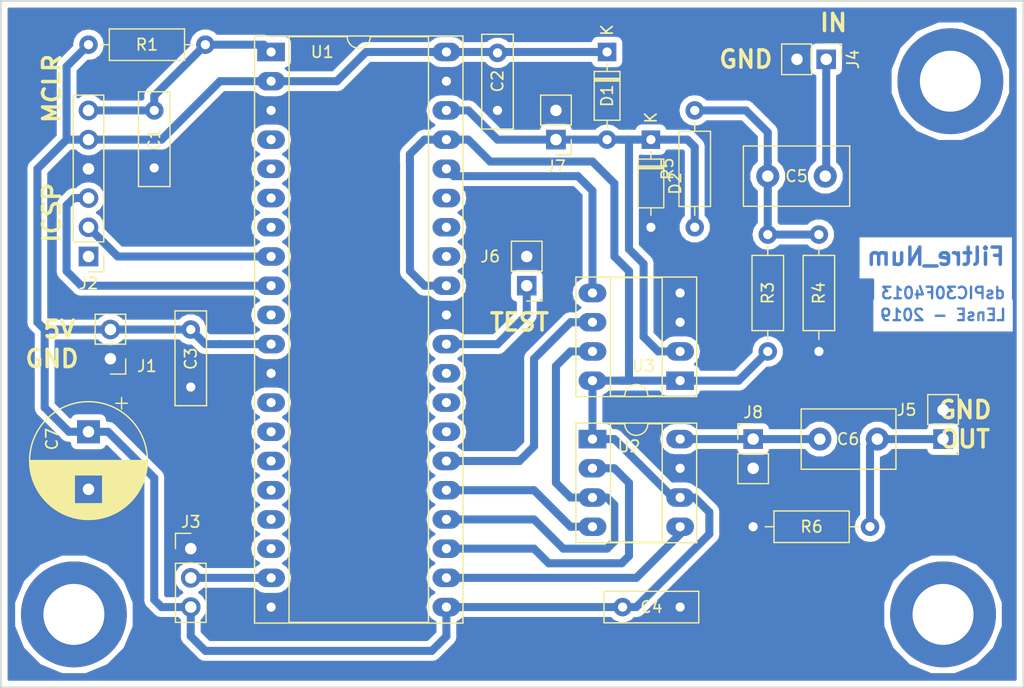
<source format=kicad_pcb>
(kicad_pcb (version 20171130) (host pcbnew "(5.0.1)-4")

  (general
    (thickness 1.6)
    (drawings 16)
    (tracks 143)
    (zones 0)
    (modules 28)
    (nets 37)
  )

  (page A4)
  (layers
    (0 F.Cu signal)
    (31 B.Cu signal)
    (32 B.Adhes user hide)
    (33 F.Adhes user hide)
    (34 B.Paste user hide)
    (35 F.Paste user hide)
    (36 B.SilkS user hide)
    (37 F.SilkS user)
    (38 B.Mask user)
    (39 F.Mask user)
    (40 Dwgs.User user hide)
    (41 Cmts.User user hide)
    (42 Eco1.User user)
    (43 Eco2.User user)
    (44 Edge.Cuts user)
    (45 Margin user)
    (46 B.CrtYd user hide)
    (47 F.CrtYd user)
    (48 B.Fab user hide)
    (49 F.Fab user hide)
  )

  (setup
    (last_trace_width 0.7)
    (trace_clearance 0.2)
    (zone_clearance 0.508)
    (zone_45_only no)
    (trace_min 0.2)
    (segment_width 0.2)
    (edge_width 0.15)
    (via_size 1)
    (via_drill 0.5)
    (via_min_size 0.4)
    (via_min_drill 0.3)
    (uvia_size 0.4)
    (uvia_drill 0.2)
    (uvias_allowed no)
    (uvia_min_size 0.2)
    (uvia_min_drill 0.1)
    (pcb_text_width 0.3)
    (pcb_text_size 1.5 1.5)
    (mod_edge_width 0.15)
    (mod_text_size 1 1)
    (mod_text_width 0.15)
    (pad_size 1.524 1.524)
    (pad_drill 0.762)
    (pad_to_mask_clearance 0.051)
    (solder_mask_min_width 0.25)
    (aux_axis_origin 0 0)
    (visible_elements 7FFFFFFF)
    (pcbplotparams
      (layerselection 0x010fc_ffffffff)
      (usegerberextensions true)
      (usegerberattributes false)
      (usegerberadvancedattributes false)
      (creategerberjobfile false)
      (excludeedgelayer true)
      (linewidth 0.100000)
      (plotframeref false)
      (viasonmask false)
      (mode 1)
      (useauxorigin false)
      (hpglpennumber 1)
      (hpglpenspeed 20)
      (hpglpendiameter 15.000000)
      (psnegative false)
      (psa4output false)
      (plotreference true)
      (plotvalue true)
      (plotinvisibletext false)
      (padsonsilk false)
      (subtractmaskfromsilk false)
      (outputformat 1)
      (mirror false)
      (drillshape 0)
      (scaleselection 1)
      (outputdirectory "gerber_concours_v2"))
  )

  (net 0 "")
  (net 1 GND)
  (net 2 MCLR)
  (net 3 VDD)
  (net 4 "Net-(C5-Pad1)")
  (net 5 ANALOG_IN_NOT_FILTERED)
  (net 6 ANALOG_OUT)
  (net 7 ANALOG_OUT_MOY)
  (net 8 ANALOG_IN)
  (net 9 "Net-(J2-Pad1)")
  (net 10 PGC)
  (net 11 PGD)
  (net 12 CHOIX_IN)
  (net 13 "Net-(U1-Pad4)")
  (net 14 SCK_SPI)
  (net 15 MOSI_SPI)
  (net 16 MISO_SPI)
  (net 17 "Net-(U1-Pad7)")
  (net 18 "Net-(U1-Pad27)")
  (net 19 "Net-(U1-Pad28)")
  (net 20 "Net-(U1-Pad29)")
  (net 21 "Net-(U1-Pad10)")
  (net 22 "Net-(U1-Pad13)")
  (net 23 "Net-(U1-Pad33)")
  (net 24 "Net-(U1-Pad14)")
  (net 25 "Net-(U1-Pad15)")
  (net 26 "Net-(U1-Pad35)")
  (net 27 "Net-(U1-Pad16)")
  (net 28 ADC_CS)
  (net 29 DAC_CS)
  (net 30 DAC_LD)
  (net 31 "Net-(U1-Pad5)")
  (net 32 "Net-(U1-Pad6)")
  (net 33 "Net-(U1-Pad17)")
  (net 34 "Net-(U1-Pad18)")
  (net 35 TEST)
  (net 36 "Net-(U1-Pad34)")

  (net_class Default "Ceci est la Netclass par défaut."
    (clearance 0.2)
    (trace_width 0.7)
    (via_dia 1)
    (via_drill 0.5)
    (uvia_dia 0.4)
    (uvia_drill 0.2)
    (add_net ADC_CS)
    (add_net ANALOG_IN)
    (add_net ANALOG_IN_NOT_FILTERED)
    (add_net ANALOG_OUT)
    (add_net ANALOG_OUT_MOY)
    (add_net CHOIX_IN)
    (add_net DAC_CS)
    (add_net DAC_LD)
    (add_net GND)
    (add_net MCLR)
    (add_net MISO_SPI)
    (add_net MOSI_SPI)
    (add_net "Net-(C5-Pad1)")
    (add_net "Net-(J2-Pad1)")
    (add_net "Net-(U1-Pad10)")
    (add_net "Net-(U1-Pad13)")
    (add_net "Net-(U1-Pad14)")
    (add_net "Net-(U1-Pad15)")
    (add_net "Net-(U1-Pad16)")
    (add_net "Net-(U1-Pad17)")
    (add_net "Net-(U1-Pad18)")
    (add_net "Net-(U1-Pad27)")
    (add_net "Net-(U1-Pad28)")
    (add_net "Net-(U1-Pad29)")
    (add_net "Net-(U1-Pad33)")
    (add_net "Net-(U1-Pad34)")
    (add_net "Net-(U1-Pad35)")
    (add_net "Net-(U1-Pad4)")
    (add_net "Net-(U1-Pad5)")
    (add_net "Net-(U1-Pad6)")
    (add_net "Net-(U1-Pad7)")
    (add_net PGC)
    (add_net PGD)
    (add_net SCK_SPI)
    (add_net TEST)
    (add_net VDD)
  )

  (module Capacitor_THT:CP_Radial_D10.0mm_P5.00mm (layer F.Cu) (tedit 5AE50EF1) (tstamp 5CE63DF6)
    (at 179.07 130.175 270)
    (descr "CP, Radial series, Radial, pin pitch=5.00mm, , diameter=10mm, Electrolytic Capacitor")
    (tags "CP Radial series Radial pin pitch 5.00mm  diameter 10mm Electrolytic Capacitor")
    (path /5CDA1989)
    (fp_text reference C7 (at 0.635 3.175 270) (layer F.SilkS)
      (effects (font (size 1 1) (thickness 0.15)))
    )
    (fp_text value CP (at 2.5 6.25 270) (layer F.Fab)
      (effects (font (size 1 1) (thickness 0.15)))
    )
    (fp_circle (center 2.5 0) (end 7.5 0) (layer F.Fab) (width 0.1))
    (fp_circle (center 2.5 0) (end 7.62 0) (layer F.SilkS) (width 0.12))
    (fp_circle (center 2.5 0) (end 7.75 0) (layer F.CrtYd) (width 0.05))
    (fp_line (start -1.788861 -2.1875) (end -0.788861 -2.1875) (layer F.Fab) (width 0.1))
    (fp_line (start -1.288861 -2.6875) (end -1.288861 -1.6875) (layer F.Fab) (width 0.1))
    (fp_line (start 2.5 -5.08) (end 2.5 5.08) (layer F.SilkS) (width 0.12))
    (fp_line (start 2.54 -5.08) (end 2.54 5.08) (layer F.SilkS) (width 0.12))
    (fp_line (start 2.58 -5.08) (end 2.58 5.08) (layer F.SilkS) (width 0.12))
    (fp_line (start 2.62 -5.079) (end 2.62 5.079) (layer F.SilkS) (width 0.12))
    (fp_line (start 2.66 -5.078) (end 2.66 5.078) (layer F.SilkS) (width 0.12))
    (fp_line (start 2.7 -5.077) (end 2.7 5.077) (layer F.SilkS) (width 0.12))
    (fp_line (start 2.74 -5.075) (end 2.74 5.075) (layer F.SilkS) (width 0.12))
    (fp_line (start 2.78 -5.073) (end 2.78 5.073) (layer F.SilkS) (width 0.12))
    (fp_line (start 2.82 -5.07) (end 2.82 5.07) (layer F.SilkS) (width 0.12))
    (fp_line (start 2.86 -5.068) (end 2.86 5.068) (layer F.SilkS) (width 0.12))
    (fp_line (start 2.9 -5.065) (end 2.9 5.065) (layer F.SilkS) (width 0.12))
    (fp_line (start 2.94 -5.062) (end 2.94 5.062) (layer F.SilkS) (width 0.12))
    (fp_line (start 2.98 -5.058) (end 2.98 5.058) (layer F.SilkS) (width 0.12))
    (fp_line (start 3.02 -5.054) (end 3.02 5.054) (layer F.SilkS) (width 0.12))
    (fp_line (start 3.06 -5.05) (end 3.06 5.05) (layer F.SilkS) (width 0.12))
    (fp_line (start 3.1 -5.045) (end 3.1 5.045) (layer F.SilkS) (width 0.12))
    (fp_line (start 3.14 -5.04) (end 3.14 5.04) (layer F.SilkS) (width 0.12))
    (fp_line (start 3.18 -5.035) (end 3.18 5.035) (layer F.SilkS) (width 0.12))
    (fp_line (start 3.221 -5.03) (end 3.221 5.03) (layer F.SilkS) (width 0.12))
    (fp_line (start 3.261 -5.024) (end 3.261 5.024) (layer F.SilkS) (width 0.12))
    (fp_line (start 3.301 -5.018) (end 3.301 5.018) (layer F.SilkS) (width 0.12))
    (fp_line (start 3.341 -5.011) (end 3.341 5.011) (layer F.SilkS) (width 0.12))
    (fp_line (start 3.381 -5.004) (end 3.381 5.004) (layer F.SilkS) (width 0.12))
    (fp_line (start 3.421 -4.997) (end 3.421 4.997) (layer F.SilkS) (width 0.12))
    (fp_line (start 3.461 -4.99) (end 3.461 4.99) (layer F.SilkS) (width 0.12))
    (fp_line (start 3.501 -4.982) (end 3.501 4.982) (layer F.SilkS) (width 0.12))
    (fp_line (start 3.541 -4.974) (end 3.541 4.974) (layer F.SilkS) (width 0.12))
    (fp_line (start 3.581 -4.965) (end 3.581 4.965) (layer F.SilkS) (width 0.12))
    (fp_line (start 3.621 -4.956) (end 3.621 4.956) (layer F.SilkS) (width 0.12))
    (fp_line (start 3.661 -4.947) (end 3.661 4.947) (layer F.SilkS) (width 0.12))
    (fp_line (start 3.701 -4.938) (end 3.701 4.938) (layer F.SilkS) (width 0.12))
    (fp_line (start 3.741 -4.928) (end 3.741 4.928) (layer F.SilkS) (width 0.12))
    (fp_line (start 3.781 -4.918) (end 3.781 -1.241) (layer F.SilkS) (width 0.12))
    (fp_line (start 3.781 1.241) (end 3.781 4.918) (layer F.SilkS) (width 0.12))
    (fp_line (start 3.821 -4.907) (end 3.821 -1.241) (layer F.SilkS) (width 0.12))
    (fp_line (start 3.821 1.241) (end 3.821 4.907) (layer F.SilkS) (width 0.12))
    (fp_line (start 3.861 -4.897) (end 3.861 -1.241) (layer F.SilkS) (width 0.12))
    (fp_line (start 3.861 1.241) (end 3.861 4.897) (layer F.SilkS) (width 0.12))
    (fp_line (start 3.901 -4.885) (end 3.901 -1.241) (layer F.SilkS) (width 0.12))
    (fp_line (start 3.901 1.241) (end 3.901 4.885) (layer F.SilkS) (width 0.12))
    (fp_line (start 3.941 -4.874) (end 3.941 -1.241) (layer F.SilkS) (width 0.12))
    (fp_line (start 3.941 1.241) (end 3.941 4.874) (layer F.SilkS) (width 0.12))
    (fp_line (start 3.981 -4.862) (end 3.981 -1.241) (layer F.SilkS) (width 0.12))
    (fp_line (start 3.981 1.241) (end 3.981 4.862) (layer F.SilkS) (width 0.12))
    (fp_line (start 4.021 -4.85) (end 4.021 -1.241) (layer F.SilkS) (width 0.12))
    (fp_line (start 4.021 1.241) (end 4.021 4.85) (layer F.SilkS) (width 0.12))
    (fp_line (start 4.061 -4.837) (end 4.061 -1.241) (layer F.SilkS) (width 0.12))
    (fp_line (start 4.061 1.241) (end 4.061 4.837) (layer F.SilkS) (width 0.12))
    (fp_line (start 4.101 -4.824) (end 4.101 -1.241) (layer F.SilkS) (width 0.12))
    (fp_line (start 4.101 1.241) (end 4.101 4.824) (layer F.SilkS) (width 0.12))
    (fp_line (start 4.141 -4.811) (end 4.141 -1.241) (layer F.SilkS) (width 0.12))
    (fp_line (start 4.141 1.241) (end 4.141 4.811) (layer F.SilkS) (width 0.12))
    (fp_line (start 4.181 -4.797) (end 4.181 -1.241) (layer F.SilkS) (width 0.12))
    (fp_line (start 4.181 1.241) (end 4.181 4.797) (layer F.SilkS) (width 0.12))
    (fp_line (start 4.221 -4.783) (end 4.221 -1.241) (layer F.SilkS) (width 0.12))
    (fp_line (start 4.221 1.241) (end 4.221 4.783) (layer F.SilkS) (width 0.12))
    (fp_line (start 4.261 -4.768) (end 4.261 -1.241) (layer F.SilkS) (width 0.12))
    (fp_line (start 4.261 1.241) (end 4.261 4.768) (layer F.SilkS) (width 0.12))
    (fp_line (start 4.301 -4.754) (end 4.301 -1.241) (layer F.SilkS) (width 0.12))
    (fp_line (start 4.301 1.241) (end 4.301 4.754) (layer F.SilkS) (width 0.12))
    (fp_line (start 4.341 -4.738) (end 4.341 -1.241) (layer F.SilkS) (width 0.12))
    (fp_line (start 4.341 1.241) (end 4.341 4.738) (layer F.SilkS) (width 0.12))
    (fp_line (start 4.381 -4.723) (end 4.381 -1.241) (layer F.SilkS) (width 0.12))
    (fp_line (start 4.381 1.241) (end 4.381 4.723) (layer F.SilkS) (width 0.12))
    (fp_line (start 4.421 -4.707) (end 4.421 -1.241) (layer F.SilkS) (width 0.12))
    (fp_line (start 4.421 1.241) (end 4.421 4.707) (layer F.SilkS) (width 0.12))
    (fp_line (start 4.461 -4.69) (end 4.461 -1.241) (layer F.SilkS) (width 0.12))
    (fp_line (start 4.461 1.241) (end 4.461 4.69) (layer F.SilkS) (width 0.12))
    (fp_line (start 4.501 -4.674) (end 4.501 -1.241) (layer F.SilkS) (width 0.12))
    (fp_line (start 4.501 1.241) (end 4.501 4.674) (layer F.SilkS) (width 0.12))
    (fp_line (start 4.541 -4.657) (end 4.541 -1.241) (layer F.SilkS) (width 0.12))
    (fp_line (start 4.541 1.241) (end 4.541 4.657) (layer F.SilkS) (width 0.12))
    (fp_line (start 4.581 -4.639) (end 4.581 -1.241) (layer F.SilkS) (width 0.12))
    (fp_line (start 4.581 1.241) (end 4.581 4.639) (layer F.SilkS) (width 0.12))
    (fp_line (start 4.621 -4.621) (end 4.621 -1.241) (layer F.SilkS) (width 0.12))
    (fp_line (start 4.621 1.241) (end 4.621 4.621) (layer F.SilkS) (width 0.12))
    (fp_line (start 4.661 -4.603) (end 4.661 -1.241) (layer F.SilkS) (width 0.12))
    (fp_line (start 4.661 1.241) (end 4.661 4.603) (layer F.SilkS) (width 0.12))
    (fp_line (start 4.701 -4.584) (end 4.701 -1.241) (layer F.SilkS) (width 0.12))
    (fp_line (start 4.701 1.241) (end 4.701 4.584) (layer F.SilkS) (width 0.12))
    (fp_line (start 4.741 -4.564) (end 4.741 -1.241) (layer F.SilkS) (width 0.12))
    (fp_line (start 4.741 1.241) (end 4.741 4.564) (layer F.SilkS) (width 0.12))
    (fp_line (start 4.781 -4.545) (end 4.781 -1.241) (layer F.SilkS) (width 0.12))
    (fp_line (start 4.781 1.241) (end 4.781 4.545) (layer F.SilkS) (width 0.12))
    (fp_line (start 4.821 -4.525) (end 4.821 -1.241) (layer F.SilkS) (width 0.12))
    (fp_line (start 4.821 1.241) (end 4.821 4.525) (layer F.SilkS) (width 0.12))
    (fp_line (start 4.861 -4.504) (end 4.861 -1.241) (layer F.SilkS) (width 0.12))
    (fp_line (start 4.861 1.241) (end 4.861 4.504) (layer F.SilkS) (width 0.12))
    (fp_line (start 4.901 -4.483) (end 4.901 -1.241) (layer F.SilkS) (width 0.12))
    (fp_line (start 4.901 1.241) (end 4.901 4.483) (layer F.SilkS) (width 0.12))
    (fp_line (start 4.941 -4.462) (end 4.941 -1.241) (layer F.SilkS) (width 0.12))
    (fp_line (start 4.941 1.241) (end 4.941 4.462) (layer F.SilkS) (width 0.12))
    (fp_line (start 4.981 -4.44) (end 4.981 -1.241) (layer F.SilkS) (width 0.12))
    (fp_line (start 4.981 1.241) (end 4.981 4.44) (layer F.SilkS) (width 0.12))
    (fp_line (start 5.021 -4.417) (end 5.021 -1.241) (layer F.SilkS) (width 0.12))
    (fp_line (start 5.021 1.241) (end 5.021 4.417) (layer F.SilkS) (width 0.12))
    (fp_line (start 5.061 -4.395) (end 5.061 -1.241) (layer F.SilkS) (width 0.12))
    (fp_line (start 5.061 1.241) (end 5.061 4.395) (layer F.SilkS) (width 0.12))
    (fp_line (start 5.101 -4.371) (end 5.101 -1.241) (layer F.SilkS) (width 0.12))
    (fp_line (start 5.101 1.241) (end 5.101 4.371) (layer F.SilkS) (width 0.12))
    (fp_line (start 5.141 -4.347) (end 5.141 -1.241) (layer F.SilkS) (width 0.12))
    (fp_line (start 5.141 1.241) (end 5.141 4.347) (layer F.SilkS) (width 0.12))
    (fp_line (start 5.181 -4.323) (end 5.181 -1.241) (layer F.SilkS) (width 0.12))
    (fp_line (start 5.181 1.241) (end 5.181 4.323) (layer F.SilkS) (width 0.12))
    (fp_line (start 5.221 -4.298) (end 5.221 -1.241) (layer F.SilkS) (width 0.12))
    (fp_line (start 5.221 1.241) (end 5.221 4.298) (layer F.SilkS) (width 0.12))
    (fp_line (start 5.261 -4.273) (end 5.261 -1.241) (layer F.SilkS) (width 0.12))
    (fp_line (start 5.261 1.241) (end 5.261 4.273) (layer F.SilkS) (width 0.12))
    (fp_line (start 5.301 -4.247) (end 5.301 -1.241) (layer F.SilkS) (width 0.12))
    (fp_line (start 5.301 1.241) (end 5.301 4.247) (layer F.SilkS) (width 0.12))
    (fp_line (start 5.341 -4.221) (end 5.341 -1.241) (layer F.SilkS) (width 0.12))
    (fp_line (start 5.341 1.241) (end 5.341 4.221) (layer F.SilkS) (width 0.12))
    (fp_line (start 5.381 -4.194) (end 5.381 -1.241) (layer F.SilkS) (width 0.12))
    (fp_line (start 5.381 1.241) (end 5.381 4.194) (layer F.SilkS) (width 0.12))
    (fp_line (start 5.421 -4.166) (end 5.421 -1.241) (layer F.SilkS) (width 0.12))
    (fp_line (start 5.421 1.241) (end 5.421 4.166) (layer F.SilkS) (width 0.12))
    (fp_line (start 5.461 -4.138) (end 5.461 -1.241) (layer F.SilkS) (width 0.12))
    (fp_line (start 5.461 1.241) (end 5.461 4.138) (layer F.SilkS) (width 0.12))
    (fp_line (start 5.501 -4.11) (end 5.501 -1.241) (layer F.SilkS) (width 0.12))
    (fp_line (start 5.501 1.241) (end 5.501 4.11) (layer F.SilkS) (width 0.12))
    (fp_line (start 5.541 -4.08) (end 5.541 -1.241) (layer F.SilkS) (width 0.12))
    (fp_line (start 5.541 1.241) (end 5.541 4.08) (layer F.SilkS) (width 0.12))
    (fp_line (start 5.581 -4.05) (end 5.581 -1.241) (layer F.SilkS) (width 0.12))
    (fp_line (start 5.581 1.241) (end 5.581 4.05) (layer F.SilkS) (width 0.12))
    (fp_line (start 5.621 -4.02) (end 5.621 -1.241) (layer F.SilkS) (width 0.12))
    (fp_line (start 5.621 1.241) (end 5.621 4.02) (layer F.SilkS) (width 0.12))
    (fp_line (start 5.661 -3.989) (end 5.661 -1.241) (layer F.SilkS) (width 0.12))
    (fp_line (start 5.661 1.241) (end 5.661 3.989) (layer F.SilkS) (width 0.12))
    (fp_line (start 5.701 -3.957) (end 5.701 -1.241) (layer F.SilkS) (width 0.12))
    (fp_line (start 5.701 1.241) (end 5.701 3.957) (layer F.SilkS) (width 0.12))
    (fp_line (start 5.741 -3.925) (end 5.741 -1.241) (layer F.SilkS) (width 0.12))
    (fp_line (start 5.741 1.241) (end 5.741 3.925) (layer F.SilkS) (width 0.12))
    (fp_line (start 5.781 -3.892) (end 5.781 -1.241) (layer F.SilkS) (width 0.12))
    (fp_line (start 5.781 1.241) (end 5.781 3.892) (layer F.SilkS) (width 0.12))
    (fp_line (start 5.821 -3.858) (end 5.821 -1.241) (layer F.SilkS) (width 0.12))
    (fp_line (start 5.821 1.241) (end 5.821 3.858) (layer F.SilkS) (width 0.12))
    (fp_line (start 5.861 -3.824) (end 5.861 -1.241) (layer F.SilkS) (width 0.12))
    (fp_line (start 5.861 1.241) (end 5.861 3.824) (layer F.SilkS) (width 0.12))
    (fp_line (start 5.901 -3.789) (end 5.901 -1.241) (layer F.SilkS) (width 0.12))
    (fp_line (start 5.901 1.241) (end 5.901 3.789) (layer F.SilkS) (width 0.12))
    (fp_line (start 5.941 -3.753) (end 5.941 -1.241) (layer F.SilkS) (width 0.12))
    (fp_line (start 5.941 1.241) (end 5.941 3.753) (layer F.SilkS) (width 0.12))
    (fp_line (start 5.981 -3.716) (end 5.981 -1.241) (layer F.SilkS) (width 0.12))
    (fp_line (start 5.981 1.241) (end 5.981 3.716) (layer F.SilkS) (width 0.12))
    (fp_line (start 6.021 -3.679) (end 6.021 -1.241) (layer F.SilkS) (width 0.12))
    (fp_line (start 6.021 1.241) (end 6.021 3.679) (layer F.SilkS) (width 0.12))
    (fp_line (start 6.061 -3.64) (end 6.061 -1.241) (layer F.SilkS) (width 0.12))
    (fp_line (start 6.061 1.241) (end 6.061 3.64) (layer F.SilkS) (width 0.12))
    (fp_line (start 6.101 -3.601) (end 6.101 -1.241) (layer F.SilkS) (width 0.12))
    (fp_line (start 6.101 1.241) (end 6.101 3.601) (layer F.SilkS) (width 0.12))
    (fp_line (start 6.141 -3.561) (end 6.141 -1.241) (layer F.SilkS) (width 0.12))
    (fp_line (start 6.141 1.241) (end 6.141 3.561) (layer F.SilkS) (width 0.12))
    (fp_line (start 6.181 -3.52) (end 6.181 -1.241) (layer F.SilkS) (width 0.12))
    (fp_line (start 6.181 1.241) (end 6.181 3.52) (layer F.SilkS) (width 0.12))
    (fp_line (start 6.221 -3.478) (end 6.221 -1.241) (layer F.SilkS) (width 0.12))
    (fp_line (start 6.221 1.241) (end 6.221 3.478) (layer F.SilkS) (width 0.12))
    (fp_line (start 6.261 -3.436) (end 6.261 3.436) (layer F.SilkS) (width 0.12))
    (fp_line (start 6.301 -3.392) (end 6.301 3.392) (layer F.SilkS) (width 0.12))
    (fp_line (start 6.341 -3.347) (end 6.341 3.347) (layer F.SilkS) (width 0.12))
    (fp_line (start 6.381 -3.301) (end 6.381 3.301) (layer F.SilkS) (width 0.12))
    (fp_line (start 6.421 -3.254) (end 6.421 3.254) (layer F.SilkS) (width 0.12))
    (fp_line (start 6.461 -3.206) (end 6.461 3.206) (layer F.SilkS) (width 0.12))
    (fp_line (start 6.501 -3.156) (end 6.501 3.156) (layer F.SilkS) (width 0.12))
    (fp_line (start 6.541 -3.106) (end 6.541 3.106) (layer F.SilkS) (width 0.12))
    (fp_line (start 6.581 -3.054) (end 6.581 3.054) (layer F.SilkS) (width 0.12))
    (fp_line (start 6.621 -3) (end 6.621 3) (layer F.SilkS) (width 0.12))
    (fp_line (start 6.661 -2.945) (end 6.661 2.945) (layer F.SilkS) (width 0.12))
    (fp_line (start 6.701 -2.889) (end 6.701 2.889) (layer F.SilkS) (width 0.12))
    (fp_line (start 6.741 -2.83) (end 6.741 2.83) (layer F.SilkS) (width 0.12))
    (fp_line (start 6.781 -2.77) (end 6.781 2.77) (layer F.SilkS) (width 0.12))
    (fp_line (start 6.821 -2.709) (end 6.821 2.709) (layer F.SilkS) (width 0.12))
    (fp_line (start 6.861 -2.645) (end 6.861 2.645) (layer F.SilkS) (width 0.12))
    (fp_line (start 6.901 -2.579) (end 6.901 2.579) (layer F.SilkS) (width 0.12))
    (fp_line (start 6.941 -2.51) (end 6.941 2.51) (layer F.SilkS) (width 0.12))
    (fp_line (start 6.981 -2.439) (end 6.981 2.439) (layer F.SilkS) (width 0.12))
    (fp_line (start 7.021 -2.365) (end 7.021 2.365) (layer F.SilkS) (width 0.12))
    (fp_line (start 7.061 -2.289) (end 7.061 2.289) (layer F.SilkS) (width 0.12))
    (fp_line (start 7.101 -2.209) (end 7.101 2.209) (layer F.SilkS) (width 0.12))
    (fp_line (start 7.141 -2.125) (end 7.141 2.125) (layer F.SilkS) (width 0.12))
    (fp_line (start 7.181 -2.037) (end 7.181 2.037) (layer F.SilkS) (width 0.12))
    (fp_line (start 7.221 -1.944) (end 7.221 1.944) (layer F.SilkS) (width 0.12))
    (fp_line (start 7.261 -1.846) (end 7.261 1.846) (layer F.SilkS) (width 0.12))
    (fp_line (start 7.301 -1.742) (end 7.301 1.742) (layer F.SilkS) (width 0.12))
    (fp_line (start 7.341 -1.63) (end 7.341 1.63) (layer F.SilkS) (width 0.12))
    (fp_line (start 7.381 -1.51) (end 7.381 1.51) (layer F.SilkS) (width 0.12))
    (fp_line (start 7.421 -1.378) (end 7.421 1.378) (layer F.SilkS) (width 0.12))
    (fp_line (start 7.461 -1.23) (end 7.461 1.23) (layer F.SilkS) (width 0.12))
    (fp_line (start 7.501 -1.062) (end 7.501 1.062) (layer F.SilkS) (width 0.12))
    (fp_line (start 7.541 -0.862) (end 7.541 0.862) (layer F.SilkS) (width 0.12))
    (fp_line (start 7.581 -0.599) (end 7.581 0.599) (layer F.SilkS) (width 0.12))
    (fp_line (start -2.979646 -2.875) (end -1.979646 -2.875) (layer F.SilkS) (width 0.12))
    (fp_line (start -2.479646 -3.375) (end -2.479646 -2.375) (layer F.SilkS) (width 0.12))
    (fp_text user %R (at 2.5 0 270) (layer F.Fab)
      (effects (font (size 1 1) (thickness 0.15)))
    )
    (pad 1 thru_hole rect (at 0 0 270) (size 2 2) (drill 1) (layers *.Cu *.Mask)
      (net 3 VDD))
    (pad 2 thru_hole circle (at 5 0 270) (size 2 2) (drill 1) (layers *.Cu *.Mask)
      (net 1 GND))
    (model ${KISYS3DMOD}/Capacitor_THT.3dshapes/CP_Radial_D10.0mm_P5.00mm.wrl
      (at (xyz 0 0 0))
      (scale (xyz 1 1 1))
      (rotate (xyz 0 0 0))
    )
  )

  (module Capacitor_THT:C_Disc_D8.0mm_W2.5mm_P5.00mm (layer F.Cu) (tedit 5AE50EF0) (tstamp 5CDE5B13)
    (at 225.505 145.415)
    (descr "C, Disc series, Radial, pin pitch=5.00mm, , diameter*width=8*2.5mm^2, Capacitor, http://cdn-reichelt.de/documents/datenblatt/B300/DS_KERKO_TC.pdf")
    (tags "C Disc series Radial pin pitch 5.00mm  diameter 8mm width 2.5mm Capacitor")
    (path /5CD18E2F)
    (fp_text reference C4 (at 2.5 0) (layer F.SilkS)
      (effects (font (size 1 1) (thickness 0.15)))
    )
    (fp_text value 100nF (at 2.5 2.5) (layer F.Fab)
      (effects (font (size 1 1) (thickness 0.15)))
    )
    (fp_line (start -1.5 -1.25) (end -1.5 1.25) (layer F.Fab) (width 0.1))
    (fp_line (start -1.5 1.25) (end 6.5 1.25) (layer F.Fab) (width 0.1))
    (fp_line (start 6.5 1.25) (end 6.5 -1.25) (layer F.Fab) (width 0.1))
    (fp_line (start 6.5 -1.25) (end -1.5 -1.25) (layer F.Fab) (width 0.1))
    (fp_line (start -1.62 -1.37) (end 6.62 -1.37) (layer F.SilkS) (width 0.12))
    (fp_line (start -1.62 1.37) (end 6.62 1.37) (layer F.SilkS) (width 0.12))
    (fp_line (start -1.62 -1.37) (end -1.62 1.37) (layer F.SilkS) (width 0.12))
    (fp_line (start 6.62 -1.37) (end 6.62 1.37) (layer F.SilkS) (width 0.12))
    (fp_line (start -1.75 -1.5) (end -1.75 1.5) (layer F.CrtYd) (width 0.05))
    (fp_line (start -1.75 1.5) (end 6.75 1.5) (layer F.CrtYd) (width 0.05))
    (fp_line (start 6.75 1.5) (end 6.75 -1.5) (layer F.CrtYd) (width 0.05))
    (fp_line (start 6.75 -1.5) (end -1.75 -1.5) (layer F.CrtYd) (width 0.05))
    (fp_text user %R (at 2.5 0) (layer F.Fab)
      (effects (font (size 1 1) (thickness 0.15)))
    )
    (pad 1 thru_hole circle (at 0 0) (size 1.6 1.6) (drill 0.8) (layers *.Cu *.Mask)
      (net 3 VDD))
    (pad 2 thru_hole circle (at 5 0) (size 1.6 1.6) (drill 0.8) (layers *.Cu *.Mask)
      (net 1 GND))
    (model ${KISYS3DMOD}/Capacitor_THT.3dshapes/C_Disc_D8.0mm_W2.5mm_P5.00mm.wrl
      (at (xyz 0 0 0))
      (scale (xyz 1 1 1))
      (rotate (xyz 0 0 0))
    )
  )

  (module Package_DIP:DIP-8_W7.62mm_Socket_LongPads (layer F.Cu) (tedit 5A02E8C5) (tstamp 5CDE5D00)
    (at 230.505 125.73 180)
    (descr "8-lead though-hole mounted DIP package, row spacing 7.62 mm (300 mils), Socket, LongPads")
    (tags "THT DIP DIL PDIP 2.54mm 7.62mm 300mil Socket LongPads")
    (path /5CD050F0)
    (fp_text reference U3 (at 3.175 1.27 180) (layer F.SilkS)
      (effects (font (size 1 1) (thickness 0.15)))
    )
    (fp_text value MCP3201 (at 3.81 9.95 180) (layer F.Fab)
      (effects (font (size 1 1) (thickness 0.15)))
    )
    (fp_arc (start 3.81 -1.33) (end 2.81 -1.33) (angle -180) (layer F.SilkS) (width 0.12))
    (fp_line (start 1.635 -1.27) (end 6.985 -1.27) (layer F.Fab) (width 0.1))
    (fp_line (start 6.985 -1.27) (end 6.985 8.89) (layer F.Fab) (width 0.1))
    (fp_line (start 6.985 8.89) (end 0.635 8.89) (layer F.Fab) (width 0.1))
    (fp_line (start 0.635 8.89) (end 0.635 -0.27) (layer F.Fab) (width 0.1))
    (fp_line (start 0.635 -0.27) (end 1.635 -1.27) (layer F.Fab) (width 0.1))
    (fp_line (start -1.27 -1.33) (end -1.27 8.95) (layer F.Fab) (width 0.1))
    (fp_line (start -1.27 8.95) (end 8.89 8.95) (layer F.Fab) (width 0.1))
    (fp_line (start 8.89 8.95) (end 8.89 -1.33) (layer F.Fab) (width 0.1))
    (fp_line (start 8.89 -1.33) (end -1.27 -1.33) (layer F.Fab) (width 0.1))
    (fp_line (start 2.81 -1.33) (end 1.56 -1.33) (layer F.SilkS) (width 0.12))
    (fp_line (start 1.56 -1.33) (end 1.56 8.95) (layer F.SilkS) (width 0.12))
    (fp_line (start 1.56 8.95) (end 6.06 8.95) (layer F.SilkS) (width 0.12))
    (fp_line (start 6.06 8.95) (end 6.06 -1.33) (layer F.SilkS) (width 0.12))
    (fp_line (start 6.06 -1.33) (end 4.81 -1.33) (layer F.SilkS) (width 0.12))
    (fp_line (start -1.44 -1.39) (end -1.44 9.01) (layer F.SilkS) (width 0.12))
    (fp_line (start -1.44 9.01) (end 9.06 9.01) (layer F.SilkS) (width 0.12))
    (fp_line (start 9.06 9.01) (end 9.06 -1.39) (layer F.SilkS) (width 0.12))
    (fp_line (start 9.06 -1.39) (end -1.44 -1.39) (layer F.SilkS) (width 0.12))
    (fp_line (start -1.55 -1.6) (end -1.55 9.2) (layer F.CrtYd) (width 0.05))
    (fp_line (start -1.55 9.2) (end 9.15 9.2) (layer F.CrtYd) (width 0.05))
    (fp_line (start 9.15 9.2) (end 9.15 -1.6) (layer F.CrtYd) (width 0.05))
    (fp_line (start 9.15 -1.6) (end -1.55 -1.6) (layer F.CrtYd) (width 0.05))
    (fp_text user %R (at 3.81 3.81 180) (layer F.Fab)
      (effects (font (size 1 1) (thickness 0.15)))
    )
    (pad 1 thru_hole rect (at 0 0 180) (size 2.4 1.6) (drill 0.8) (layers *.Cu *.Mask)
      (net 3 VDD))
    (pad 5 thru_hole oval (at 7.62 7.62 180) (size 2.4 1.6) (drill 0.8) (layers *.Cu *.Mask)
      (net 28 ADC_CS))
    (pad 2 thru_hole oval (at 0 2.54 180) (size 2.4 1.6) (drill 0.8) (layers *.Cu *.Mask)
      (net 8 ANALOG_IN))
    (pad 6 thru_hole oval (at 7.62 5.08 180) (size 2.4 1.6) (drill 0.8) (layers *.Cu *.Mask)
      (net 16 MISO_SPI))
    (pad 3 thru_hole oval (at 0 5.08 180) (size 2.4 1.6) (drill 0.8) (layers *.Cu *.Mask)
      (net 1 GND))
    (pad 7 thru_hole oval (at 7.62 2.54 180) (size 2.4 1.6) (drill 0.8) (layers *.Cu *.Mask)
      (net 14 SCK_SPI))
    (pad 4 thru_hole oval (at 0 7.62 180) (size 2.4 1.6) (drill 0.8) (layers *.Cu *.Mask)
      (net 1 GND))
    (pad 8 thru_hole oval (at 7.62 0 180) (size 2.4 1.6) (drill 0.8) (layers *.Cu *.Mask)
      (net 3 VDD))
    (model ${KISYS3DMOD}/Package_DIP.3dshapes/DIP-8_W7.62mm_Socket.wrl
      (at (xyz 0 0 0))
      (scale (xyz 1 1 1))
      (rotate (xyz 0 0 0))
    )
  )

  (module MountingHole:MountingHole_5.3mm_M5_DIN965_Pad (layer F.Cu) (tedit 5CDA49CC) (tstamp 5CEAAFF7)
    (at 253.365 146.05)
    (descr "Mounting Hole 5.3mm, M5, DIN965")
    (tags "mounting hole 5.3mm m5 din965")
    (attr virtual)
    (fp_text reference H (at 0 -5.6) (layer F.SilkS) hide
      (effects (font (size 1 1) (thickness 0.15)))
    )
    (fp_text value MountingHole_5.3mm_M5_DIN965_Pad (at 0 5.6) (layer F.Fab)
      (effects (font (size 1 1) (thickness 0.15)))
    )
    (fp_text user %R (at 0.3 0) (layer F.Fab)
      (effects (font (size 1 1) (thickness 0.15)))
    )
    (fp_circle (center 0 0) (end 4.6 0) (layer Cmts.User) (width 0.15))
    (fp_circle (center 0 0) (end 4.85 0) (layer F.CrtYd) (width 0.05))
    (pad 1 thru_hole circle (at 0 0) (size 9.2 9.2) (drill 5.3) (layers *.Cu *.Mask))
  )

  (module MountingHole:MountingHole_5.3mm_M5_DIN965_Pad (layer F.Cu) (tedit 5CDA49D8) (tstamp 5CEAAFF7)
    (at 177.8 146.05)
    (descr "Mounting Hole 5.3mm, M5, DIN965")
    (tags "mounting hole 5.3mm m5 din965")
    (attr virtual)
    (fp_text reference REF** (at 0 -5.6) (layer F.SilkS) hide
      (effects (font (size 1 1) (thickness 0.15)))
    )
    (fp_text value MountingHole_5.3mm_M5_DIN965_Pad (at 0 5.6) (layer F.Fab)
      (effects (font (size 1 1) (thickness 0.15)))
    )
    (fp_text user %R (at 0.3 0) (layer F.Fab)
      (effects (font (size 1 1) (thickness 0.15)))
    )
    (fp_circle (center 0 0) (end 4.6 0) (layer Cmts.User) (width 0.15))
    (fp_circle (center 0 0) (end 4.85 0) (layer F.CrtYd) (width 0.05))
    (pad 1 thru_hole circle (at 0 0) (size 9.2 9.2) (drill 5.3) (layers *.Cu *.Mask))
  )

  (module Capacitor_THT:C_Disc_D8.0mm_W2.5mm_P5.00mm (layer F.Cu) (tedit 5AE50EF0) (tstamp 5CDE5ADA)
    (at 184.785 107.235 90)
    (descr "C, Disc series, Radial, pin pitch=5.00mm, , diameter*width=8*2.5mm^2, Capacitor, http://cdn-reichelt.de/documents/datenblatt/B300/DS_KERKO_TC.pdf")
    (tags "C Disc series Radial pin pitch 5.00mm  diameter 8mm width 2.5mm Capacitor")
    (path /5CD058B7)
    (fp_text reference C1 (at 2.46 0 90) (layer F.SilkS)
      (effects (font (size 1 1) (thickness 0.15)))
    )
    (fp_text value 68pF (at 2.5 2.5 90) (layer F.Fab)
      (effects (font (size 1 1) (thickness 0.15)))
    )
    (fp_line (start -1.5 -1.25) (end -1.5 1.25) (layer F.Fab) (width 0.1))
    (fp_line (start -1.5 1.25) (end 6.5 1.25) (layer F.Fab) (width 0.1))
    (fp_line (start 6.5 1.25) (end 6.5 -1.25) (layer F.Fab) (width 0.1))
    (fp_line (start 6.5 -1.25) (end -1.5 -1.25) (layer F.Fab) (width 0.1))
    (fp_line (start -1.62 -1.37) (end 6.62 -1.37) (layer F.SilkS) (width 0.12))
    (fp_line (start -1.62 1.37) (end 6.62 1.37) (layer F.SilkS) (width 0.12))
    (fp_line (start -1.62 -1.37) (end -1.62 1.37) (layer F.SilkS) (width 0.12))
    (fp_line (start 6.62 -1.37) (end 6.62 1.37) (layer F.SilkS) (width 0.12))
    (fp_line (start -1.75 -1.5) (end -1.75 1.5) (layer F.CrtYd) (width 0.05))
    (fp_line (start -1.75 1.5) (end 6.75 1.5) (layer F.CrtYd) (width 0.05))
    (fp_line (start 6.75 1.5) (end 6.75 -1.5) (layer F.CrtYd) (width 0.05))
    (fp_line (start 6.75 -1.5) (end -1.75 -1.5) (layer F.CrtYd) (width 0.05))
    (fp_text user %R (at 2.5 0 90) (layer F.Fab)
      (effects (font (size 1 1) (thickness 0.15)))
    )
    (pad 1 thru_hole circle (at 0 0 90) (size 1.6 1.6) (drill 0.8) (layers *.Cu *.Mask)
      (net 1 GND))
    (pad 2 thru_hole circle (at 5 0 90) (size 1.6 1.6) (drill 0.8) (layers *.Cu *.Mask)
      (net 2 MCLR))
    (model ${KISYS3DMOD}/Capacitor_THT.3dshapes/C_Disc_D8.0mm_W2.5mm_P5.00mm.wrl
      (at (xyz 0 0 0))
      (scale (xyz 1 1 1))
      (rotate (xyz 0 0 0))
    )
  )

  (module Capacitor_THT:C_Disc_D8.0mm_W2.5mm_P5.00mm (layer F.Cu) (tedit 5AE50EF0) (tstamp 5CDE5AED)
    (at 214.63 97.235 270)
    (descr "C, Disc series, Radial, pin pitch=5.00mm, , diameter*width=8*2.5mm^2, Capacitor, http://cdn-reichelt.de/documents/datenblatt/B300/DS_KERKO_TC.pdf")
    (tags "C Disc series Radial pin pitch 5.00mm  diameter 8mm width 2.5mm Capacitor")
    (path /5CD05857)
    (fp_text reference C2 (at 2.46 0 270) (layer F.SilkS)
      (effects (font (size 1 1) (thickness 0.15)))
    )
    (fp_text value 100nF (at 2.5 2.5 270) (layer F.Fab)
      (effects (font (size 1 1) (thickness 0.15)))
    )
    (fp_text user %R (at 2.5 0 270) (layer F.Fab)
      (effects (font (size 1 1) (thickness 0.15)))
    )
    (fp_line (start 6.75 -1.5) (end -1.75 -1.5) (layer F.CrtYd) (width 0.05))
    (fp_line (start 6.75 1.5) (end 6.75 -1.5) (layer F.CrtYd) (width 0.05))
    (fp_line (start -1.75 1.5) (end 6.75 1.5) (layer F.CrtYd) (width 0.05))
    (fp_line (start -1.75 -1.5) (end -1.75 1.5) (layer F.CrtYd) (width 0.05))
    (fp_line (start 6.62 -1.37) (end 6.62 1.37) (layer F.SilkS) (width 0.12))
    (fp_line (start -1.62 -1.37) (end -1.62 1.37) (layer F.SilkS) (width 0.12))
    (fp_line (start -1.62 1.37) (end 6.62 1.37) (layer F.SilkS) (width 0.12))
    (fp_line (start -1.62 -1.37) (end 6.62 -1.37) (layer F.SilkS) (width 0.12))
    (fp_line (start 6.5 -1.25) (end -1.5 -1.25) (layer F.Fab) (width 0.1))
    (fp_line (start 6.5 1.25) (end 6.5 -1.25) (layer F.Fab) (width 0.1))
    (fp_line (start -1.5 1.25) (end 6.5 1.25) (layer F.Fab) (width 0.1))
    (fp_line (start -1.5 -1.25) (end -1.5 1.25) (layer F.Fab) (width 0.1))
    (pad 2 thru_hole circle (at 5 0 270) (size 1.6 1.6) (drill 0.8) (layers *.Cu *.Mask)
      (net 1 GND))
    (pad 1 thru_hole circle (at 0 0 270) (size 1.6 1.6) (drill 0.8) (layers *.Cu *.Mask)
      (net 3 VDD))
    (model ${KISYS3DMOD}/Capacitor_THT.3dshapes/C_Disc_D8.0mm_W2.5mm_P5.00mm.wrl
      (at (xyz 0 0 0))
      (scale (xyz 1 1 1))
      (rotate (xyz 0 0 0))
    )
  )

  (module Capacitor_THT:C_Disc_D8.0mm_W2.5mm_P5.00mm (layer F.Cu) (tedit 5AE50EF0) (tstamp 5CDE5B00)
    (at 187.96 121.285 270)
    (descr "C, Disc series, Radial, pin pitch=5.00mm, , diameter*width=8*2.5mm^2, Capacitor, http://cdn-reichelt.de/documents/datenblatt/B300/DS_KERKO_TC.pdf")
    (tags "C Disc series Radial pin pitch 5.00mm  diameter 8mm width 2.5mm Capacitor")
    (path /5CD17F59)
    (fp_text reference C3 (at 2.54 0 270) (layer F.SilkS)
      (effects (font (size 1 1) (thickness 0.15)))
    )
    (fp_text value 100nF (at 2.5 2.5 270) (layer F.Fab)
      (effects (font (size 1 1) (thickness 0.15)))
    )
    (fp_text user %R (at 2.5 0 270) (layer F.Fab)
      (effects (font (size 1 1) (thickness 0.15)))
    )
    (fp_line (start 6.75 -1.5) (end -1.75 -1.5) (layer F.CrtYd) (width 0.05))
    (fp_line (start 6.75 1.5) (end 6.75 -1.5) (layer F.CrtYd) (width 0.05))
    (fp_line (start -1.75 1.5) (end 6.75 1.5) (layer F.CrtYd) (width 0.05))
    (fp_line (start -1.75 -1.5) (end -1.75 1.5) (layer F.CrtYd) (width 0.05))
    (fp_line (start 6.62 -1.37) (end 6.62 1.37) (layer F.SilkS) (width 0.12))
    (fp_line (start -1.62 -1.37) (end -1.62 1.37) (layer F.SilkS) (width 0.12))
    (fp_line (start -1.62 1.37) (end 6.62 1.37) (layer F.SilkS) (width 0.12))
    (fp_line (start -1.62 -1.37) (end 6.62 -1.37) (layer F.SilkS) (width 0.12))
    (fp_line (start 6.5 -1.25) (end -1.5 -1.25) (layer F.Fab) (width 0.1))
    (fp_line (start 6.5 1.25) (end 6.5 -1.25) (layer F.Fab) (width 0.1))
    (fp_line (start -1.5 1.25) (end 6.5 1.25) (layer F.Fab) (width 0.1))
    (fp_line (start -1.5 -1.25) (end -1.5 1.25) (layer F.Fab) (width 0.1))
    (pad 2 thru_hole circle (at 5 0 270) (size 1.6 1.6) (drill 0.8) (layers *.Cu *.Mask)
      (net 1 GND))
    (pad 1 thru_hole circle (at 0 0 270) (size 1.6 1.6) (drill 0.8) (layers *.Cu *.Mask)
      (net 3 VDD))
    (model ${KISYS3DMOD}/Capacitor_THT.3dshapes/C_Disc_D8.0mm_W2.5mm_P5.00mm.wrl
      (at (xyz 0 0 0))
      (scale (xyz 1 1 1))
      (rotate (xyz 0 0 0))
    )
  )

  (module Capacitor_THT:C_Disc_D9.0mm_W5.0mm_P5.00mm (layer F.Cu) (tedit 5AE50EF0) (tstamp 5CDE5B26)
    (at 238.125 107.95)
    (descr "C, Disc series, Radial, pin pitch=5.00mm, , diameter*width=9*5.0mm^2, Capacitor, http://www.vishay.com/docs/28535/vy2series.pdf")
    (tags "C Disc series Radial pin pitch 5.00mm  diameter 9mm width 5.0mm Capacitor")
    (path /5CD2E265)
    (fp_text reference C5 (at 2.5 0) (layer F.SilkS)
      (effects (font (size 1 1) (thickness 0.15)))
    )
    (fp_text value 330nF (at 2.5 3.75) (layer F.Fab)
      (effects (font (size 1 1) (thickness 0.15)))
    )
    (fp_line (start -2 -2.5) (end -2 2.5) (layer F.Fab) (width 0.1))
    (fp_line (start -2 2.5) (end 7 2.5) (layer F.Fab) (width 0.1))
    (fp_line (start 7 2.5) (end 7 -2.5) (layer F.Fab) (width 0.1))
    (fp_line (start 7 -2.5) (end -2 -2.5) (layer F.Fab) (width 0.1))
    (fp_line (start -2.12 -2.62) (end 7.12 -2.62) (layer F.SilkS) (width 0.12))
    (fp_line (start -2.12 2.62) (end 7.12 2.62) (layer F.SilkS) (width 0.12))
    (fp_line (start -2.12 -2.62) (end -2.12 2.62) (layer F.SilkS) (width 0.12))
    (fp_line (start 7.12 -2.62) (end 7.12 2.62) (layer F.SilkS) (width 0.12))
    (fp_line (start -2.25 -2.75) (end -2.25 2.75) (layer F.CrtYd) (width 0.05))
    (fp_line (start -2.25 2.75) (end 7.25 2.75) (layer F.CrtYd) (width 0.05))
    (fp_line (start 7.25 2.75) (end 7.25 -2.75) (layer F.CrtYd) (width 0.05))
    (fp_line (start 7.25 -2.75) (end -2.25 -2.75) (layer F.CrtYd) (width 0.05))
    (fp_text user %R (at 2.5 0) (layer F.Fab)
      (effects (font (size 1 1) (thickness 0.15)))
    )
    (pad 1 thru_hole circle (at 0 0) (size 2 2) (drill 1) (layers *.Cu *.Mask)
      (net 4 "Net-(C5-Pad1)"))
    (pad 2 thru_hole circle (at 5 0) (size 2 2) (drill 1) (layers *.Cu *.Mask)
      (net 5 ANALOG_IN_NOT_FILTERED))
    (model ${KISYS3DMOD}/Capacitor_THT.3dshapes/C_Disc_D9.0mm_W5.0mm_P5.00mm.wrl
      (at (xyz 0 0 0))
      (scale (xyz 1 1 1))
      (rotate (xyz 0 0 0))
    )
  )

  (module Capacitor_THT:C_Disc_D8.0mm_W5.0mm_P5.00mm (layer F.Cu) (tedit 5AE50EF0) (tstamp 5CDE5B39)
    (at 247.65 130.81 180)
    (descr "C, Disc series, Radial, pin pitch=5.00mm, , diameter*width=8*5.0mm^2, Capacitor, http://www.vishay.com/docs/28535/vy2series.pdf")
    (tags "C Disc series Radial pin pitch 5.00mm  diameter 8mm width 5.0mm Capacitor")
    (path /5CD48123)
    (fp_text reference C6 (at 2.54 0 180) (layer F.SilkS)
      (effects (font (size 1 1) (thickness 0.15)))
    )
    (fp_text value 1u (at 2.5 3.75 180) (layer F.Fab)
      (effects (font (size 1 1) (thickness 0.15)))
    )
    (fp_line (start -1.5 -2.5) (end -1.5 2.5) (layer F.Fab) (width 0.1))
    (fp_line (start -1.5 2.5) (end 6.5 2.5) (layer F.Fab) (width 0.1))
    (fp_line (start 6.5 2.5) (end 6.5 -2.5) (layer F.Fab) (width 0.1))
    (fp_line (start 6.5 -2.5) (end -1.5 -2.5) (layer F.Fab) (width 0.1))
    (fp_line (start -1.62 -2.62) (end 6.62 -2.62) (layer F.SilkS) (width 0.12))
    (fp_line (start -1.62 2.62) (end 6.62 2.62) (layer F.SilkS) (width 0.12))
    (fp_line (start -1.62 -2.62) (end -1.62 2.62) (layer F.SilkS) (width 0.12))
    (fp_line (start 6.62 -2.62) (end 6.62 2.62) (layer F.SilkS) (width 0.12))
    (fp_line (start -1.75 -2.75) (end -1.75 2.75) (layer F.CrtYd) (width 0.05))
    (fp_line (start -1.75 2.75) (end 6.75 2.75) (layer F.CrtYd) (width 0.05))
    (fp_line (start 6.75 2.75) (end 6.75 -2.75) (layer F.CrtYd) (width 0.05))
    (fp_line (start 6.75 -2.75) (end -1.75 -2.75) (layer F.CrtYd) (width 0.05))
    (fp_text user %R (at 2.5 0 180) (layer F.Fab)
      (effects (font (size 1 1) (thickness 0.15)))
    )
    (pad 1 thru_hole circle (at 0 0 180) (size 2 2) (drill 1) (layers *.Cu *.Mask)
      (net 6 ANALOG_OUT))
    (pad 2 thru_hole circle (at 5 0 180) (size 2 2) (drill 1) (layers *.Cu *.Mask)
      (net 7 ANALOG_OUT_MOY))
    (model ${KISYS3DMOD}/Capacitor_THT.3dshapes/C_Disc_D8.0mm_W5.0mm_P5.00mm.wrl
      (at (xyz 0 0 0))
      (scale (xyz 1 1 1))
      (rotate (xyz 0 0 0))
    )
  )

  (module Diode_THT:D_DO-35_SOD27_P7.62mm_Horizontal (layer F.Cu) (tedit 5AE50CD5) (tstamp 5CDE5B58)
    (at 224.155 97.155 270)
    (descr "Diode, DO-35_SOD27 series, Axial, Horizontal, pin pitch=7.62mm, , length*diameter=4*2mm^2, , http://www.diodes.com/_files/packages/DO-35.pdf")
    (tags "Diode DO-35_SOD27 series Axial Horizontal pin pitch 7.62mm  length 4mm diameter 2mm")
    (path /5CD3766A)
    (fp_text reference D1 (at 3.81 0 270) (layer F.SilkS)
      (effects (font (size 1 1) (thickness 0.15)))
    )
    (fp_text value 1N4148 (at 3.81 2.12 270) (layer F.Fab)
      (effects (font (size 1 1) (thickness 0.15)))
    )
    (fp_text user K (at -1.905 0 270) (layer F.SilkS)
      (effects (font (size 1 1) (thickness 0.15)))
    )
    (fp_text user K (at 0 -1.8 270) (layer F.Fab)
      (effects (font (size 1 1) (thickness 0.15)))
    )
    (fp_text user %R (at 4.11 0 270) (layer F.Fab)
      (effects (font (size 0.8 0.8) (thickness 0.12)))
    )
    (fp_line (start 8.67 -1.25) (end -1.05 -1.25) (layer F.CrtYd) (width 0.05))
    (fp_line (start 8.67 1.25) (end 8.67 -1.25) (layer F.CrtYd) (width 0.05))
    (fp_line (start -1.05 1.25) (end 8.67 1.25) (layer F.CrtYd) (width 0.05))
    (fp_line (start -1.05 -1.25) (end -1.05 1.25) (layer F.CrtYd) (width 0.05))
    (fp_line (start 2.29 -1.12) (end 2.29 1.12) (layer F.SilkS) (width 0.12))
    (fp_line (start 2.53 -1.12) (end 2.53 1.12) (layer F.SilkS) (width 0.12))
    (fp_line (start 2.41 -1.12) (end 2.41 1.12) (layer F.SilkS) (width 0.12))
    (fp_line (start 6.58 0) (end 5.93 0) (layer F.SilkS) (width 0.12))
    (fp_line (start 1.04 0) (end 1.69 0) (layer F.SilkS) (width 0.12))
    (fp_line (start 5.93 -1.12) (end 1.69 -1.12) (layer F.SilkS) (width 0.12))
    (fp_line (start 5.93 1.12) (end 5.93 -1.12) (layer F.SilkS) (width 0.12))
    (fp_line (start 1.69 1.12) (end 5.93 1.12) (layer F.SilkS) (width 0.12))
    (fp_line (start 1.69 -1.12) (end 1.69 1.12) (layer F.SilkS) (width 0.12))
    (fp_line (start 2.31 -1) (end 2.31 1) (layer F.Fab) (width 0.1))
    (fp_line (start 2.51 -1) (end 2.51 1) (layer F.Fab) (width 0.1))
    (fp_line (start 2.41 -1) (end 2.41 1) (layer F.Fab) (width 0.1))
    (fp_line (start 7.62 0) (end 5.81 0) (layer F.Fab) (width 0.1))
    (fp_line (start 0 0) (end 1.81 0) (layer F.Fab) (width 0.1))
    (fp_line (start 5.81 -1) (end 1.81 -1) (layer F.Fab) (width 0.1))
    (fp_line (start 5.81 1) (end 5.81 -1) (layer F.Fab) (width 0.1))
    (fp_line (start 1.81 1) (end 5.81 1) (layer F.Fab) (width 0.1))
    (fp_line (start 1.81 -1) (end 1.81 1) (layer F.Fab) (width 0.1))
    (pad 2 thru_hole oval (at 7.62 0 270) (size 1.6 1.6) (drill 0.8) (layers *.Cu *.Mask)
      (net 8 ANALOG_IN))
    (pad 1 thru_hole rect (at 0 0 270) (size 1.6 1.6) (drill 0.8) (layers *.Cu *.Mask)
      (net 3 VDD))
    (model ${KISYS3DMOD}/Diode_THT.3dshapes/D_DO-35_SOD27_P7.62mm_Horizontal.wrl
      (at (xyz 0 0 0))
      (scale (xyz 1 1 1))
      (rotate (xyz 0 0 0))
    )
  )

  (module Diode_THT:D_DO-35_SOD27_P7.62mm_Horizontal (layer F.Cu) (tedit 5AE50CD5) (tstamp 5CDE7509)
    (at 227.965 104.775 270)
    (descr "Diode, DO-35_SOD27 series, Axial, Horizontal, pin pitch=7.62mm, , length*diameter=4*2mm^2, , http://www.diodes.com/_files/packages/DO-35.pdf")
    (tags "Diode DO-35_SOD27 series Axial Horizontal pin pitch 7.62mm  length 4mm diameter 2mm")
    (path /5CD37599)
    (fp_text reference D2 (at 3.81 -2.12 270) (layer F.SilkS)
      (effects (font (size 1 1) (thickness 0.15)))
    )
    (fp_text value 1N4148 (at 3.81 2.12 270) (layer F.Fab)
      (effects (font (size 1 1) (thickness 0.15)))
    )
    (fp_line (start 1.81 -1) (end 1.81 1) (layer F.Fab) (width 0.1))
    (fp_line (start 1.81 1) (end 5.81 1) (layer F.Fab) (width 0.1))
    (fp_line (start 5.81 1) (end 5.81 -1) (layer F.Fab) (width 0.1))
    (fp_line (start 5.81 -1) (end 1.81 -1) (layer F.Fab) (width 0.1))
    (fp_line (start 0 0) (end 1.81 0) (layer F.Fab) (width 0.1))
    (fp_line (start 7.62 0) (end 5.81 0) (layer F.Fab) (width 0.1))
    (fp_line (start 2.41 -1) (end 2.41 1) (layer F.Fab) (width 0.1))
    (fp_line (start 2.51 -1) (end 2.51 1) (layer F.Fab) (width 0.1))
    (fp_line (start 2.31 -1) (end 2.31 1) (layer F.Fab) (width 0.1))
    (fp_line (start 1.69 -1.12) (end 1.69 1.12) (layer F.SilkS) (width 0.12))
    (fp_line (start 1.69 1.12) (end 5.93 1.12) (layer F.SilkS) (width 0.12))
    (fp_line (start 5.93 1.12) (end 5.93 -1.12) (layer F.SilkS) (width 0.12))
    (fp_line (start 5.93 -1.12) (end 1.69 -1.12) (layer F.SilkS) (width 0.12))
    (fp_line (start 1.04 0) (end 1.69 0) (layer F.SilkS) (width 0.12))
    (fp_line (start 6.58 0) (end 5.93 0) (layer F.SilkS) (width 0.12))
    (fp_line (start 2.41 -1.12) (end 2.41 1.12) (layer F.SilkS) (width 0.12))
    (fp_line (start 2.53 -1.12) (end 2.53 1.12) (layer F.SilkS) (width 0.12))
    (fp_line (start 2.29 -1.12) (end 2.29 1.12) (layer F.SilkS) (width 0.12))
    (fp_line (start -1.05 -1.25) (end -1.05 1.25) (layer F.CrtYd) (width 0.05))
    (fp_line (start -1.05 1.25) (end 8.67 1.25) (layer F.CrtYd) (width 0.05))
    (fp_line (start 8.67 1.25) (end 8.67 -1.25) (layer F.CrtYd) (width 0.05))
    (fp_line (start 8.67 -1.25) (end -1.05 -1.25) (layer F.CrtYd) (width 0.05))
    (fp_text user %R (at 4.11 0 270) (layer F.Fab)
      (effects (font (size 0.8 0.8) (thickness 0.12)))
    )
    (fp_text user K (at 0 -1.8 270) (layer F.Fab)
      (effects (font (size 1 1) (thickness 0.15)))
    )
    (fp_text user K (at -1.905 0 270) (layer F.SilkS)
      (effects (font (size 1 1) (thickness 0.15)))
    )
    (pad 1 thru_hole rect (at 0 0 270) (size 1.6 1.6) (drill 0.8) (layers *.Cu *.Mask)
      (net 8 ANALOG_IN))
    (pad 2 thru_hole oval (at 7.62 0 270) (size 1.6 1.6) (drill 0.8) (layers *.Cu *.Mask)
      (net 1 GND))
    (model ${KISYS3DMOD}/Diode_THT.3dshapes/D_DO-35_SOD27_P7.62mm_Horizontal.wrl
      (at (xyz 0 0 0))
      (scale (xyz 1 1 1))
      (rotate (xyz 0 0 0))
    )
  )

  (module Connector_PinHeader_2.54mm:PinHeader_1x02_P2.54mm_Vertical (layer F.Cu) (tedit 59FED5CC) (tstamp 5CDE5B8D)
    (at 180.975 123.825 180)
    (descr "Through hole straight pin header, 1x02, 2.54mm pitch, single row")
    (tags "Through hole pin header THT 1x02 2.54mm single row")
    (path /5CD0907E)
    (fp_text reference J1 (at -3.175 -0.635 180) (layer F.SilkS)
      (effects (font (size 1 1) (thickness 0.15)))
    )
    (fp_text value ALIM (at 0 4.87 180) (layer F.Fab)
      (effects (font (size 1 1) (thickness 0.15)))
    )
    (fp_line (start -0.635 -1.27) (end 1.27 -1.27) (layer F.Fab) (width 0.1))
    (fp_line (start 1.27 -1.27) (end 1.27 3.81) (layer F.Fab) (width 0.1))
    (fp_line (start 1.27 3.81) (end -1.27 3.81) (layer F.Fab) (width 0.1))
    (fp_line (start -1.27 3.81) (end -1.27 -0.635) (layer F.Fab) (width 0.1))
    (fp_line (start -1.27 -0.635) (end -0.635 -1.27) (layer F.Fab) (width 0.1))
    (fp_line (start -1.33 3.87) (end 1.33 3.87) (layer F.SilkS) (width 0.12))
    (fp_line (start -1.33 1.27) (end -1.33 3.87) (layer F.SilkS) (width 0.12))
    (fp_line (start 1.33 1.27) (end 1.33 3.87) (layer F.SilkS) (width 0.12))
    (fp_line (start -1.33 1.27) (end 1.33 1.27) (layer F.SilkS) (width 0.12))
    (fp_line (start -1.33 0) (end -1.33 -1.33) (layer F.SilkS) (width 0.12))
    (fp_line (start -1.33 -1.33) (end 0 -1.33) (layer F.SilkS) (width 0.12))
    (fp_line (start -1.8 -1.8) (end -1.8 4.35) (layer F.CrtYd) (width 0.05))
    (fp_line (start -1.8 4.35) (end 1.8 4.35) (layer F.CrtYd) (width 0.05))
    (fp_line (start 1.8 4.35) (end 1.8 -1.8) (layer F.CrtYd) (width 0.05))
    (fp_line (start 1.8 -1.8) (end -1.8 -1.8) (layer F.CrtYd) (width 0.05))
    (fp_text user %R (at 0 1.27 270) (layer F.Fab)
      (effects (font (size 1 1) (thickness 0.15)))
    )
    (pad 1 thru_hole rect (at 0 0 180) (size 1.7 1.7) (drill 1) (layers *.Cu *.Mask)
      (net 1 GND))
    (pad 2 thru_hole oval (at 0 2.54 180) (size 1.7 1.7) (drill 1) (layers *.Cu *.Mask)
      (net 3 VDD))
    (model ${KISYS3DMOD}/Connector_PinHeader_2.54mm.3dshapes/PinHeader_1x02_P2.54mm_Vertical.wrl
      (at (xyz 0 0 0))
      (scale (xyz 1 1 1))
      (rotate (xyz 0 0 0))
    )
  )

  (module Connector_PinHeader_2.54mm:PinHeader_1x06_P2.54mm_Vertical (layer F.Cu) (tedit 59FED5CC) (tstamp 5CDE5BA7)
    (at 179.07 114.935 180)
    (descr "Through hole straight pin header, 1x06, 2.54mm pitch, single row")
    (tags "Through hole pin header THT 1x06 2.54mm single row")
    (path /5CD05667)
    (fp_text reference J2 (at 0 -2.33 180) (layer F.SilkS)
      (effects (font (size 1 1) (thickness 0.15)))
    )
    (fp_text value ICSP_MICROCHIP (at -3.175 6.35 270) (layer F.Fab)
      (effects (font (size 1 1) (thickness 0.15)))
    )
    (fp_line (start -0.635 -1.27) (end 1.27 -1.27) (layer F.Fab) (width 0.1))
    (fp_line (start 1.27 -1.27) (end 1.27 13.97) (layer F.Fab) (width 0.1))
    (fp_line (start 1.27 13.97) (end -1.27 13.97) (layer F.Fab) (width 0.1))
    (fp_line (start -1.27 13.97) (end -1.27 -0.635) (layer F.Fab) (width 0.1))
    (fp_line (start -1.27 -0.635) (end -0.635 -1.27) (layer F.Fab) (width 0.1))
    (fp_line (start -1.33 14.03) (end 1.33 14.03) (layer F.SilkS) (width 0.12))
    (fp_line (start -1.33 1.27) (end -1.33 14.03) (layer F.SilkS) (width 0.12))
    (fp_line (start 1.33 1.27) (end 1.33 14.03) (layer F.SilkS) (width 0.12))
    (fp_line (start -1.33 1.27) (end 1.33 1.27) (layer F.SilkS) (width 0.12))
    (fp_line (start -1.33 0) (end -1.33 -1.33) (layer F.SilkS) (width 0.12))
    (fp_line (start -1.33 -1.33) (end 0 -1.33) (layer F.SilkS) (width 0.12))
    (fp_line (start -1.8 -1.8) (end -1.8 14.5) (layer F.CrtYd) (width 0.05))
    (fp_line (start -1.8 14.5) (end 1.8 14.5) (layer F.CrtYd) (width 0.05))
    (fp_line (start 1.8 14.5) (end 1.8 -1.8) (layer F.CrtYd) (width 0.05))
    (fp_line (start 1.8 -1.8) (end -1.8 -1.8) (layer F.CrtYd) (width 0.05))
    (fp_text user %R (at 0 6.35 270) (layer F.Fab)
      (effects (font (size 1 1) (thickness 0.15)))
    )
    (pad 1 thru_hole rect (at 0 0 180) (size 1.7 1.7) (drill 1) (layers *.Cu *.Mask)
      (net 9 "Net-(J2-Pad1)"))
    (pad 2 thru_hole oval (at 0 2.54 180) (size 1.7 1.7) (drill 1) (layers *.Cu *.Mask)
      (net 10 PGC))
    (pad 3 thru_hole oval (at 0 5.08 180) (size 1.7 1.7) (drill 1) (layers *.Cu *.Mask)
      (net 11 PGD))
    (pad 4 thru_hole oval (at 0 7.62 180) (size 1.7 1.7) (drill 1) (layers *.Cu *.Mask)
      (net 1 GND))
    (pad 5 thru_hole oval (at 0 10.16 180) (size 1.7 1.7) (drill 1) (layers *.Cu *.Mask)
      (net 3 VDD))
    (pad 6 thru_hole oval (at 0 12.7 180) (size 1.7 1.7) (drill 1) (layers *.Cu *.Mask)
      (net 2 MCLR))
    (model ${KISYS3DMOD}/Connector_PinHeader_2.54mm.3dshapes/PinHeader_1x06_P2.54mm_Vertical.wrl
      (at (xyz 0 0 0))
      (scale (xyz 1 1 1))
      (rotate (xyz 0 0 0))
    )
  )

  (module Connector_PinHeader_2.54mm:PinHeader_1x03_P2.54mm_Vertical (layer F.Cu) (tedit 59FED5CC) (tstamp 5CDE5BBE)
    (at 187.96 140.335)
    (descr "Through hole straight pin header, 1x03, 2.54mm pitch, single row")
    (tags "Through hole pin header THT 1x03 2.54mm single row")
    (path /5CD1A1F4)
    (fp_text reference J3 (at 0 -2.33) (layer F.SilkS)
      (effects (font (size 1 1) (thickness 0.15)))
    )
    (fp_text value CHOIX_FILTRE_SUIVEUR (at 0 7.41) (layer F.Fab)
      (effects (font (size 1 1) (thickness 0.15)))
    )
    (fp_line (start -0.635 -1.27) (end 1.27 -1.27) (layer F.Fab) (width 0.1))
    (fp_line (start 1.27 -1.27) (end 1.27 6.35) (layer F.Fab) (width 0.1))
    (fp_line (start 1.27 6.35) (end -1.27 6.35) (layer F.Fab) (width 0.1))
    (fp_line (start -1.27 6.35) (end -1.27 -0.635) (layer F.Fab) (width 0.1))
    (fp_line (start -1.27 -0.635) (end -0.635 -1.27) (layer F.Fab) (width 0.1))
    (fp_line (start -1.33 6.41) (end 1.33 6.41) (layer F.SilkS) (width 0.12))
    (fp_line (start -1.33 1.27) (end -1.33 6.41) (layer F.SilkS) (width 0.12))
    (fp_line (start 1.33 1.27) (end 1.33 6.41) (layer F.SilkS) (width 0.12))
    (fp_line (start -1.33 1.27) (end 1.33 1.27) (layer F.SilkS) (width 0.12))
    (fp_line (start -1.33 0) (end -1.33 -1.33) (layer F.SilkS) (width 0.12))
    (fp_line (start -1.33 -1.33) (end 0 -1.33) (layer F.SilkS) (width 0.12))
    (fp_line (start -1.8 -1.8) (end -1.8 6.85) (layer F.CrtYd) (width 0.05))
    (fp_line (start -1.8 6.85) (end 1.8 6.85) (layer F.CrtYd) (width 0.05))
    (fp_line (start 1.8 6.85) (end 1.8 -1.8) (layer F.CrtYd) (width 0.05))
    (fp_line (start 1.8 -1.8) (end -1.8 -1.8) (layer F.CrtYd) (width 0.05))
    (fp_text user %R (at 0 2.54 90) (layer F.Fab)
      (effects (font (size 1 1) (thickness 0.15)))
    )
    (pad 1 thru_hole rect (at 0 0) (size 1.7 1.7) (drill 1) (layers *.Cu *.Mask)
      (net 1 GND))
    (pad 2 thru_hole oval (at 0 2.54) (size 1.7 1.7) (drill 1) (layers *.Cu *.Mask)
      (net 12 CHOIX_IN))
    (pad 3 thru_hole oval (at 0 5.08) (size 1.7 1.7) (drill 1) (layers *.Cu *.Mask)
      (net 3 VDD))
    (model ${KISYS3DMOD}/Connector_PinHeader_2.54mm.3dshapes/PinHeader_1x03_P2.54mm_Vertical.wrl
      (at (xyz 0 0 0))
      (scale (xyz 1 1 1))
      (rotate (xyz 0 0 0))
    )
  )

  (module Connector_PinHeader_2.54mm:PinHeader_1x02_P2.54mm_Vertical (layer F.Cu) (tedit 59FED5CC) (tstamp 5CDE5BD4)
    (at 243.205 97.79 270)
    (descr "Through hole straight pin header, 1x02, 2.54mm pitch, single row")
    (tags "Through hole pin header THT 1x02 2.54mm single row")
    (path /5CD09166)
    (fp_text reference J4 (at 0 -2.33 270) (layer F.SilkS)
      (effects (font (size 1 1) (thickness 0.15)))
    )
    (fp_text value ANALOG_IN_ (at 0 4.87 270) (layer F.Fab)
      (effects (font (size 1 1) (thickness 0.15)))
    )
    (fp_line (start -0.635 -1.27) (end 1.27 -1.27) (layer F.Fab) (width 0.1))
    (fp_line (start 1.27 -1.27) (end 1.27 3.81) (layer F.Fab) (width 0.1))
    (fp_line (start 1.27 3.81) (end -1.27 3.81) (layer F.Fab) (width 0.1))
    (fp_line (start -1.27 3.81) (end -1.27 -0.635) (layer F.Fab) (width 0.1))
    (fp_line (start -1.27 -0.635) (end -0.635 -1.27) (layer F.Fab) (width 0.1))
    (fp_line (start -1.33 3.87) (end 1.33 3.87) (layer F.SilkS) (width 0.12))
    (fp_line (start -1.33 1.27) (end -1.33 3.87) (layer F.SilkS) (width 0.12))
    (fp_line (start 1.33 1.27) (end 1.33 3.87) (layer F.SilkS) (width 0.12))
    (fp_line (start -1.33 1.27) (end 1.33 1.27) (layer F.SilkS) (width 0.12))
    (fp_line (start -1.33 0) (end -1.33 -1.33) (layer F.SilkS) (width 0.12))
    (fp_line (start -1.33 -1.33) (end 0 -1.33) (layer F.SilkS) (width 0.12))
    (fp_line (start -1.8 -1.8) (end -1.8 4.35) (layer F.CrtYd) (width 0.05))
    (fp_line (start -1.8 4.35) (end 1.8 4.35) (layer F.CrtYd) (width 0.05))
    (fp_line (start 1.8 4.35) (end 1.8 -1.8) (layer F.CrtYd) (width 0.05))
    (fp_line (start 1.8 -1.8) (end -1.8 -1.8) (layer F.CrtYd) (width 0.05))
    (fp_text user %R (at 0 1.27) (layer F.Fab)
      (effects (font (size 1 1) (thickness 0.15)))
    )
    (pad 1 thru_hole rect (at 0 0 270) (size 1.7 1.7) (drill 1) (layers *.Cu *.Mask)
      (net 5 ANALOG_IN_NOT_FILTERED))
    (pad 2 thru_hole oval (at 0 2.54 270) (size 1.7 1.7) (drill 1) (layers *.Cu *.Mask)
      (net 1 GND))
    (model ${KISYS3DMOD}/Connector_PinHeader_2.54mm.3dshapes/PinHeader_1x02_P2.54mm_Vertical.wrl
      (at (xyz 0 0 0))
      (scale (xyz 1 1 1))
      (rotate (xyz 0 0 0))
    )
  )

  (module Connector_PinHeader_2.54mm:PinHeader_1x02_P2.54mm_Vertical (layer F.Cu) (tedit 59FED5CC) (tstamp 5CDE5BEA)
    (at 253.365 130.81 180)
    (descr "Through hole straight pin header, 1x02, 2.54mm pitch, single row")
    (tags "Through hole pin header THT 1x02 2.54mm single row")
    (path /5CD09132)
    (fp_text reference J5 (at 3.175 2.54 180) (layer F.SilkS)
      (effects (font (size 1 1) (thickness 0.15)))
    )
    (fp_text value FILTERED_OUT (at 0 4.87 180) (layer F.Fab)
      (effects (font (size 1 1) (thickness 0.15)))
    )
    (fp_text user %R (at 0 1.27 270) (layer F.Fab)
      (effects (font (size 1 1) (thickness 0.15)))
    )
    (fp_line (start 1.8 -1.8) (end -1.8 -1.8) (layer F.CrtYd) (width 0.05))
    (fp_line (start 1.8 4.35) (end 1.8 -1.8) (layer F.CrtYd) (width 0.05))
    (fp_line (start -1.8 4.35) (end 1.8 4.35) (layer F.CrtYd) (width 0.05))
    (fp_line (start -1.8 -1.8) (end -1.8 4.35) (layer F.CrtYd) (width 0.05))
    (fp_line (start -1.33 -1.33) (end 0 -1.33) (layer F.SilkS) (width 0.12))
    (fp_line (start -1.33 0) (end -1.33 -1.33) (layer F.SilkS) (width 0.12))
    (fp_line (start -1.33 1.27) (end 1.33 1.27) (layer F.SilkS) (width 0.12))
    (fp_line (start 1.33 1.27) (end 1.33 3.87) (layer F.SilkS) (width 0.12))
    (fp_line (start -1.33 1.27) (end -1.33 3.87) (layer F.SilkS) (width 0.12))
    (fp_line (start -1.33 3.87) (end 1.33 3.87) (layer F.SilkS) (width 0.12))
    (fp_line (start -1.27 -0.635) (end -0.635 -1.27) (layer F.Fab) (width 0.1))
    (fp_line (start -1.27 3.81) (end -1.27 -0.635) (layer F.Fab) (width 0.1))
    (fp_line (start 1.27 3.81) (end -1.27 3.81) (layer F.Fab) (width 0.1))
    (fp_line (start 1.27 -1.27) (end 1.27 3.81) (layer F.Fab) (width 0.1))
    (fp_line (start -0.635 -1.27) (end 1.27 -1.27) (layer F.Fab) (width 0.1))
    (pad 2 thru_hole oval (at 0 2.54 180) (size 1.7 1.7) (drill 1) (layers *.Cu *.Mask)
      (net 1 GND))
    (pad 1 thru_hole rect (at 0 0 180) (size 1.7 1.7) (drill 1) (layers *.Cu *.Mask)
      (net 6 ANALOG_OUT))
    (model ${KISYS3DMOD}/Connector_PinHeader_2.54mm.3dshapes/PinHeader_1x02_P2.54mm_Vertical.wrl
      (at (xyz 0 0 0))
      (scale (xyz 1 1 1))
      (rotate (xyz 0 0 0))
    )
  )

  (module Resistor_THT:R_Axial_DIN0207_L6.3mm_D2.5mm_P10.16mm_Horizontal (layer F.Cu) (tedit 5AE5139B) (tstamp 5CDE5C01)
    (at 189.23 96.52 180)
    (descr "Resistor, Axial_DIN0207 series, Axial, Horizontal, pin pitch=10.16mm, 0.25W = 1/4W, length*diameter=6.3*2.5mm^2, http://cdn-reichelt.de/documents/datenblatt/B400/1_4W%23YAG.pdf")
    (tags "Resistor Axial_DIN0207 series Axial Horizontal pin pitch 10.16mm 0.25W = 1/4W length 6.3mm diameter 2.5mm")
    (path /5CD06BE1)
    (fp_text reference R1 (at 5.08 0 180) (layer F.SilkS)
      (effects (font (size 1 1) (thickness 0.15)))
    )
    (fp_text value 10k (at 5.08 2.37 180) (layer F.Fab)
      (effects (font (size 1 1) (thickness 0.15)))
    )
    (fp_text user %R (at 5.08 0 180) (layer F.Fab)
      (effects (font (size 1 1) (thickness 0.15)))
    )
    (fp_line (start 11.21 -1.5) (end -1.05 -1.5) (layer F.CrtYd) (width 0.05))
    (fp_line (start 11.21 1.5) (end 11.21 -1.5) (layer F.CrtYd) (width 0.05))
    (fp_line (start -1.05 1.5) (end 11.21 1.5) (layer F.CrtYd) (width 0.05))
    (fp_line (start -1.05 -1.5) (end -1.05 1.5) (layer F.CrtYd) (width 0.05))
    (fp_line (start 9.12 0) (end 8.35 0) (layer F.SilkS) (width 0.12))
    (fp_line (start 1.04 0) (end 1.81 0) (layer F.SilkS) (width 0.12))
    (fp_line (start 8.35 -1.37) (end 1.81 -1.37) (layer F.SilkS) (width 0.12))
    (fp_line (start 8.35 1.37) (end 8.35 -1.37) (layer F.SilkS) (width 0.12))
    (fp_line (start 1.81 1.37) (end 8.35 1.37) (layer F.SilkS) (width 0.12))
    (fp_line (start 1.81 -1.37) (end 1.81 1.37) (layer F.SilkS) (width 0.12))
    (fp_line (start 10.16 0) (end 8.23 0) (layer F.Fab) (width 0.1))
    (fp_line (start 0 0) (end 1.93 0) (layer F.Fab) (width 0.1))
    (fp_line (start 8.23 -1.25) (end 1.93 -1.25) (layer F.Fab) (width 0.1))
    (fp_line (start 8.23 1.25) (end 8.23 -1.25) (layer F.Fab) (width 0.1))
    (fp_line (start 1.93 1.25) (end 8.23 1.25) (layer F.Fab) (width 0.1))
    (fp_line (start 1.93 -1.25) (end 1.93 1.25) (layer F.Fab) (width 0.1))
    (pad 2 thru_hole oval (at 10.16 0 180) (size 1.6 1.6) (drill 0.8) (layers *.Cu *.Mask)
      (net 3 VDD))
    (pad 1 thru_hole circle (at 0 0 180) (size 1.6 1.6) (drill 0.8) (layers *.Cu *.Mask)
      (net 2 MCLR))
    (model ${KISYS3DMOD}/Resistor_THT.3dshapes/R_Axial_DIN0207_L6.3mm_D2.5mm_P10.16mm_Horizontal.wrl
      (at (xyz 0 0 0))
      (scale (xyz 1 1 1))
      (rotate (xyz 0 0 0))
    )
  )

  (module Resistor_THT:R_Axial_DIN0207_L6.3mm_D2.5mm_P10.16mm_Horizontal (layer F.Cu) (tedit 5AE5139B) (tstamp 5CDE5C2F)
    (at 238.125 123.19 90)
    (descr "Resistor, Axial_DIN0207 series, Axial, Horizontal, pin pitch=10.16mm, 0.25W = 1/4W, length*diameter=6.3*2.5mm^2, http://cdn-reichelt.de/documents/datenblatt/B400/1_4W%23YAG.pdf")
    (tags "Resistor Axial_DIN0207 series Axial Horizontal pin pitch 10.16mm 0.25W = 1/4W length 6.3mm diameter 2.5mm")
    (path /5CD2E16A)
    (fp_text reference R3 (at 5.08 0 90) (layer F.SilkS)
      (effects (font (size 1 1) (thickness 0.15)))
    )
    (fp_text value 100k (at 5.08 2.37 90) (layer F.Fab)
      (effects (font (size 1 1) (thickness 0.15)))
    )
    (fp_line (start 1.93 -1.25) (end 1.93 1.25) (layer F.Fab) (width 0.1))
    (fp_line (start 1.93 1.25) (end 8.23 1.25) (layer F.Fab) (width 0.1))
    (fp_line (start 8.23 1.25) (end 8.23 -1.25) (layer F.Fab) (width 0.1))
    (fp_line (start 8.23 -1.25) (end 1.93 -1.25) (layer F.Fab) (width 0.1))
    (fp_line (start 0 0) (end 1.93 0) (layer F.Fab) (width 0.1))
    (fp_line (start 10.16 0) (end 8.23 0) (layer F.Fab) (width 0.1))
    (fp_line (start 1.81 -1.37) (end 1.81 1.37) (layer F.SilkS) (width 0.12))
    (fp_line (start 1.81 1.37) (end 8.35 1.37) (layer F.SilkS) (width 0.12))
    (fp_line (start 8.35 1.37) (end 8.35 -1.37) (layer F.SilkS) (width 0.12))
    (fp_line (start 8.35 -1.37) (end 1.81 -1.37) (layer F.SilkS) (width 0.12))
    (fp_line (start 1.04 0) (end 1.81 0) (layer F.SilkS) (width 0.12))
    (fp_line (start 9.12 0) (end 8.35 0) (layer F.SilkS) (width 0.12))
    (fp_line (start -1.05 -1.5) (end -1.05 1.5) (layer F.CrtYd) (width 0.05))
    (fp_line (start -1.05 1.5) (end 11.21 1.5) (layer F.CrtYd) (width 0.05))
    (fp_line (start 11.21 1.5) (end 11.21 -1.5) (layer F.CrtYd) (width 0.05))
    (fp_line (start 11.21 -1.5) (end -1.05 -1.5) (layer F.CrtYd) (width 0.05))
    (fp_text user %R (at 5.08 0 90) (layer F.Fab)
      (effects (font (size 1 1) (thickness 0.15)))
    )
    (pad 1 thru_hole circle (at 0 0 90) (size 1.6 1.6) (drill 0.8) (layers *.Cu *.Mask)
      (net 3 VDD))
    (pad 2 thru_hole oval (at 10.16 0 90) (size 1.6 1.6) (drill 0.8) (layers *.Cu *.Mask)
      (net 4 "Net-(C5-Pad1)"))
    (model ${KISYS3DMOD}/Resistor_THT.3dshapes/R_Axial_DIN0207_L6.3mm_D2.5mm_P10.16mm_Horizontal.wrl
      (at (xyz 0 0 0))
      (scale (xyz 1 1 1))
      (rotate (xyz 0 0 0))
    )
  )

  (module Resistor_THT:R_Axial_DIN0207_L6.3mm_D2.5mm_P10.16mm_Horizontal (layer F.Cu) (tedit 5AE5139B) (tstamp 5CDE5C46)
    (at 242.57 113.03 270)
    (descr "Resistor, Axial_DIN0207 series, Axial, Horizontal, pin pitch=10.16mm, 0.25W = 1/4W, length*diameter=6.3*2.5mm^2, http://cdn-reichelt.de/documents/datenblatt/B400/1_4W%23YAG.pdf")
    (tags "Resistor Axial_DIN0207 series Axial Horizontal pin pitch 10.16mm 0.25W = 1/4W length 6.3mm diameter 2.5mm")
    (path /5CD2E206)
    (fp_text reference R4 (at 5.08 0 270) (layer F.SilkS)
      (effects (font (size 1 1) (thickness 0.15)))
    )
    (fp_text value 100k (at 5.08 2.37 270) (layer F.Fab)
      (effects (font (size 1 1) (thickness 0.15)))
    )
    (fp_line (start 1.93 -1.25) (end 1.93 1.25) (layer F.Fab) (width 0.1))
    (fp_line (start 1.93 1.25) (end 8.23 1.25) (layer F.Fab) (width 0.1))
    (fp_line (start 8.23 1.25) (end 8.23 -1.25) (layer F.Fab) (width 0.1))
    (fp_line (start 8.23 -1.25) (end 1.93 -1.25) (layer F.Fab) (width 0.1))
    (fp_line (start 0 0) (end 1.93 0) (layer F.Fab) (width 0.1))
    (fp_line (start 10.16 0) (end 8.23 0) (layer F.Fab) (width 0.1))
    (fp_line (start 1.81 -1.37) (end 1.81 1.37) (layer F.SilkS) (width 0.12))
    (fp_line (start 1.81 1.37) (end 8.35 1.37) (layer F.SilkS) (width 0.12))
    (fp_line (start 8.35 1.37) (end 8.35 -1.37) (layer F.SilkS) (width 0.12))
    (fp_line (start 8.35 -1.37) (end 1.81 -1.37) (layer F.SilkS) (width 0.12))
    (fp_line (start 1.04 0) (end 1.81 0) (layer F.SilkS) (width 0.12))
    (fp_line (start 9.12 0) (end 8.35 0) (layer F.SilkS) (width 0.12))
    (fp_line (start -1.05 -1.5) (end -1.05 1.5) (layer F.CrtYd) (width 0.05))
    (fp_line (start -1.05 1.5) (end 11.21 1.5) (layer F.CrtYd) (width 0.05))
    (fp_line (start 11.21 1.5) (end 11.21 -1.5) (layer F.CrtYd) (width 0.05))
    (fp_line (start 11.21 -1.5) (end -1.05 -1.5) (layer F.CrtYd) (width 0.05))
    (fp_text user %R (at 5.08 0 270) (layer F.Fab)
      (effects (font (size 1 1) (thickness 0.15)))
    )
    (pad 1 thru_hole circle (at 0 0 270) (size 1.6 1.6) (drill 0.8) (layers *.Cu *.Mask)
      (net 4 "Net-(C5-Pad1)"))
    (pad 2 thru_hole oval (at 10.16 0 270) (size 1.6 1.6) (drill 0.8) (layers *.Cu *.Mask)
      (net 1 GND))
    (model ${KISYS3DMOD}/Resistor_THT.3dshapes/R_Axial_DIN0207_L6.3mm_D2.5mm_P10.16mm_Horizontal.wrl
      (at (xyz 0 0 0))
      (scale (xyz 1 1 1))
      (rotate (xyz 0 0 0))
    )
  )

  (module Resistor_THT:R_Axial_DIN0207_L6.3mm_D2.5mm_P10.16mm_Horizontal (layer F.Cu) (tedit 5AE5139B) (tstamp 5CDE5C5D)
    (at 231.775 112.395 90)
    (descr "Resistor, Axial_DIN0207 series, Axial, Horizontal, pin pitch=10.16mm, 0.25W = 1/4W, length*diameter=6.3*2.5mm^2, http://cdn-reichelt.de/documents/datenblatt/B400/1_4W%23YAG.pdf")
    (tags "Resistor Axial_DIN0207 series Axial Horizontal pin pitch 10.16mm 0.25W = 1/4W length 6.3mm diameter 2.5mm")
    (path /5CD374CC)
    (fp_text reference R5 (at 5.08 -2.37 90) (layer F.SilkS)
      (effects (font (size 1 1) (thickness 0.15)))
    )
    (fp_text value 1k (at 5.08 2.37 90) (layer F.Fab)
      (effects (font (size 1 1) (thickness 0.15)))
    )
    (fp_text user %R (at 5.08 0 90) (layer F.Fab)
      (effects (font (size 1 1) (thickness 0.15)))
    )
    (fp_line (start 11.21 -1.5) (end -1.05 -1.5) (layer F.CrtYd) (width 0.05))
    (fp_line (start 11.21 1.5) (end 11.21 -1.5) (layer F.CrtYd) (width 0.05))
    (fp_line (start -1.05 1.5) (end 11.21 1.5) (layer F.CrtYd) (width 0.05))
    (fp_line (start -1.05 -1.5) (end -1.05 1.5) (layer F.CrtYd) (width 0.05))
    (fp_line (start 9.12 0) (end 8.35 0) (layer F.SilkS) (width 0.12))
    (fp_line (start 1.04 0) (end 1.81 0) (layer F.SilkS) (width 0.12))
    (fp_line (start 8.35 -1.37) (end 1.81 -1.37) (layer F.SilkS) (width 0.12))
    (fp_line (start 8.35 1.37) (end 8.35 -1.37) (layer F.SilkS) (width 0.12))
    (fp_line (start 1.81 1.37) (end 8.35 1.37) (layer F.SilkS) (width 0.12))
    (fp_line (start 1.81 -1.37) (end 1.81 1.37) (layer F.SilkS) (width 0.12))
    (fp_line (start 10.16 0) (end 8.23 0) (layer F.Fab) (width 0.1))
    (fp_line (start 0 0) (end 1.93 0) (layer F.Fab) (width 0.1))
    (fp_line (start 8.23 -1.25) (end 1.93 -1.25) (layer F.Fab) (width 0.1))
    (fp_line (start 8.23 1.25) (end 8.23 -1.25) (layer F.Fab) (width 0.1))
    (fp_line (start 1.93 1.25) (end 8.23 1.25) (layer F.Fab) (width 0.1))
    (fp_line (start 1.93 -1.25) (end 1.93 1.25) (layer F.Fab) (width 0.1))
    (pad 2 thru_hole oval (at 10.16 0 90) (size 1.6 1.6) (drill 0.8) (layers *.Cu *.Mask)
      (net 4 "Net-(C5-Pad1)"))
    (pad 1 thru_hole circle (at 0 0 90) (size 1.6 1.6) (drill 0.8) (layers *.Cu *.Mask)
      (net 8 ANALOG_IN))
    (model ${KISYS3DMOD}/Resistor_THT.3dshapes/R_Axial_DIN0207_L6.3mm_D2.5mm_P10.16mm_Horizontal.wrl
      (at (xyz 0 0 0))
      (scale (xyz 1 1 1))
      (rotate (xyz 0 0 0))
    )
  )

  (module Resistor_THT:R_Axial_DIN0207_L6.3mm_D2.5mm_P10.16mm_Horizontal (layer F.Cu) (tedit 5AE5139B) (tstamp 5CDE5C74)
    (at 236.855 138.43)
    (descr "Resistor, Axial_DIN0207 series, Axial, Horizontal, pin pitch=10.16mm, 0.25W = 1/4W, length*diameter=6.3*2.5mm^2, http://cdn-reichelt.de/documents/datenblatt/B400/1_4W%23YAG.pdf")
    (tags "Resistor Axial_DIN0207 series Axial Horizontal pin pitch 10.16mm 0.25W = 1/4W length 6.3mm diameter 2.5mm")
    (path /5CD4828B)
    (fp_text reference R6 (at 5.08 0) (layer F.SilkS)
      (effects (font (size 1 1) (thickness 0.15)))
    )
    (fp_text value 10k (at 5.08 2.37) (layer F.Fab)
      (effects (font (size 1 1) (thickness 0.15)))
    )
    (fp_line (start 1.93 -1.25) (end 1.93 1.25) (layer F.Fab) (width 0.1))
    (fp_line (start 1.93 1.25) (end 8.23 1.25) (layer F.Fab) (width 0.1))
    (fp_line (start 8.23 1.25) (end 8.23 -1.25) (layer F.Fab) (width 0.1))
    (fp_line (start 8.23 -1.25) (end 1.93 -1.25) (layer F.Fab) (width 0.1))
    (fp_line (start 0 0) (end 1.93 0) (layer F.Fab) (width 0.1))
    (fp_line (start 10.16 0) (end 8.23 0) (layer F.Fab) (width 0.1))
    (fp_line (start 1.81 -1.37) (end 1.81 1.37) (layer F.SilkS) (width 0.12))
    (fp_line (start 1.81 1.37) (end 8.35 1.37) (layer F.SilkS) (width 0.12))
    (fp_line (start 8.35 1.37) (end 8.35 -1.37) (layer F.SilkS) (width 0.12))
    (fp_line (start 8.35 -1.37) (end 1.81 -1.37) (layer F.SilkS) (width 0.12))
    (fp_line (start 1.04 0) (end 1.81 0) (layer F.SilkS) (width 0.12))
    (fp_line (start 9.12 0) (end 8.35 0) (layer F.SilkS) (width 0.12))
    (fp_line (start -1.05 -1.5) (end -1.05 1.5) (layer F.CrtYd) (width 0.05))
    (fp_line (start -1.05 1.5) (end 11.21 1.5) (layer F.CrtYd) (width 0.05))
    (fp_line (start 11.21 1.5) (end 11.21 -1.5) (layer F.CrtYd) (width 0.05))
    (fp_line (start 11.21 -1.5) (end -1.05 -1.5) (layer F.CrtYd) (width 0.05))
    (fp_text user %R (at 5.08 0) (layer F.Fab)
      (effects (font (size 1 1) (thickness 0.15)))
    )
    (pad 1 thru_hole circle (at 0 0) (size 1.6 1.6) (drill 0.8) (layers *.Cu *.Mask)
      (net 1 GND))
    (pad 2 thru_hole oval (at 10.16 0) (size 1.6 1.6) (drill 0.8) (layers *.Cu *.Mask)
      (net 6 ANALOG_OUT))
    (model ${KISYS3DMOD}/Resistor_THT.3dshapes/R_Axial_DIN0207_L6.3mm_D2.5mm_P10.16mm_Horizontal.wrl
      (at (xyz 0 0 0))
      (scale (xyz 1 1 1))
      (rotate (xyz 0 0 0))
    )
  )

  (module Package_DIP:DIP-40_W15.24mm_Socket_LongPads (layer F.Cu) (tedit 5A02E8C5) (tstamp 5CDE5CB8)
    (at 194.945 97.155)
    (descr "40-lead though-hole mounted DIP package, row spacing 15.24 mm (600 mils), Socket, LongPads")
    (tags "THT DIP DIL PDIP 2.54mm 15.24mm 600mil Socket LongPads")
    (path /5CD04F91)
    (fp_text reference U1 (at 4.445 0) (layer F.SilkS)
      (effects (font (size 1 1) (thickness 0.15)))
    )
    (fp_text value DSPIC30F3014-20E_P (at 7.62 50.59) (layer F.Fab)
      (effects (font (size 1 1) (thickness 0.15)))
    )
    (fp_arc (start 7.62 -1.33) (end 6.62 -1.33) (angle -180) (layer F.SilkS) (width 0.12))
    (fp_line (start 1.255 -1.27) (end 14.985 -1.27) (layer F.Fab) (width 0.1))
    (fp_line (start 14.985 -1.27) (end 14.985 49.53) (layer F.Fab) (width 0.1))
    (fp_line (start 14.985 49.53) (end 0.255 49.53) (layer F.Fab) (width 0.1))
    (fp_line (start 0.255 49.53) (end 0.255 -0.27) (layer F.Fab) (width 0.1))
    (fp_line (start 0.255 -0.27) (end 1.255 -1.27) (layer F.Fab) (width 0.1))
    (fp_line (start -1.27 -1.33) (end -1.27 49.59) (layer F.Fab) (width 0.1))
    (fp_line (start -1.27 49.59) (end 16.51 49.59) (layer F.Fab) (width 0.1))
    (fp_line (start 16.51 49.59) (end 16.51 -1.33) (layer F.Fab) (width 0.1))
    (fp_line (start 16.51 -1.33) (end -1.27 -1.33) (layer F.Fab) (width 0.1))
    (fp_line (start 6.62 -1.33) (end 1.56 -1.33) (layer F.SilkS) (width 0.12))
    (fp_line (start 1.56 -1.33) (end 1.56 49.59) (layer F.SilkS) (width 0.12))
    (fp_line (start 1.56 49.59) (end 13.68 49.59) (layer F.SilkS) (width 0.12))
    (fp_line (start 13.68 49.59) (end 13.68 -1.33) (layer F.SilkS) (width 0.12))
    (fp_line (start 13.68 -1.33) (end 8.62 -1.33) (layer F.SilkS) (width 0.12))
    (fp_line (start -1.44 -1.39) (end -1.44 49.65) (layer F.SilkS) (width 0.12))
    (fp_line (start -1.44 49.65) (end 16.68 49.65) (layer F.SilkS) (width 0.12))
    (fp_line (start 16.68 49.65) (end 16.68 -1.39) (layer F.SilkS) (width 0.12))
    (fp_line (start 16.68 -1.39) (end -1.44 -1.39) (layer F.SilkS) (width 0.12))
    (fp_line (start -1.55 -1.6) (end -1.55 49.85) (layer F.CrtYd) (width 0.05))
    (fp_line (start -1.55 49.85) (end 16.8 49.85) (layer F.CrtYd) (width 0.05))
    (fp_line (start 16.8 49.85) (end 16.8 -1.6) (layer F.CrtYd) (width 0.05))
    (fp_line (start 16.8 -1.6) (end -1.55 -1.6) (layer F.CrtYd) (width 0.05))
    (fp_text user %R (at 7.62 24.13) (layer F.Fab)
      (effects (font (size 1 1) (thickness 0.15)))
    )
    (pad 1 thru_hole rect (at 0 0) (size 2.4 1.6) (drill 0.8) (layers *.Cu *.Mask)
      (net 2 MCLR))
    (pad 21 thru_hole oval (at 15.24 48.26) (size 2.4 1.6) (drill 0.8) (layers *.Cu *.Mask)
      (net 3 VDD))
    (pad 2 thru_hole oval (at 0 2.54) (size 2.4 1.6) (drill 0.8) (layers *.Cu *.Mask)
      (net 3 VDD))
    (pad 22 thru_hole oval (at 15.24 45.72) (size 2.4 1.6) (drill 0.8) (layers *.Cu *.Mask)
      (net 30 DAC_LD))
    (pad 3 thru_hole oval (at 0 5.08) (size 2.4 1.6) (drill 0.8) (layers *.Cu *.Mask)
      (net 1 GND))
    (pad 23 thru_hole oval (at 15.24 43.18) (size 2.4 1.6) (drill 0.8) (layers *.Cu *.Mask)
      (net 29 DAC_CS))
    (pad 4 thru_hole oval (at 0 7.62) (size 2.4 1.6) (drill 0.8) (layers *.Cu *.Mask)
      (net 13 "Net-(U1-Pad4)"))
    (pad 24 thru_hole oval (at 15.24 40.64) (size 2.4 1.6) (drill 0.8) (layers *.Cu *.Mask)
      (net 14 SCK_SPI))
    (pad 5 thru_hole oval (at 0 10.16) (size 2.4 1.6) (drill 0.8) (layers *.Cu *.Mask)
      (net 31 "Net-(U1-Pad5)"))
    (pad 25 thru_hole oval (at 15.24 38.1) (size 2.4 1.6) (drill 0.8) (layers *.Cu *.Mask)
      (net 15 MOSI_SPI))
    (pad 6 thru_hole oval (at 0 12.7) (size 2.4 1.6) (drill 0.8) (layers *.Cu *.Mask)
      (net 32 "Net-(U1-Pad6)"))
    (pad 26 thru_hole oval (at 15.24 35.56) (size 2.4 1.6) (drill 0.8) (layers *.Cu *.Mask)
      (net 16 MISO_SPI))
    (pad 7 thru_hole oval (at 0 15.24) (size 2.4 1.6) (drill 0.8) (layers *.Cu *.Mask)
      (net 17 "Net-(U1-Pad7)"))
    (pad 27 thru_hole oval (at 15.24 33.02) (size 2.4 1.6) (drill 0.8) (layers *.Cu *.Mask)
      (net 18 "Net-(U1-Pad27)"))
    (pad 8 thru_hole oval (at 0 17.78) (size 2.4 1.6) (drill 0.8) (layers *.Cu *.Mask)
      (net 10 PGC))
    (pad 28 thru_hole oval (at 15.24 30.48) (size 2.4 1.6) (drill 0.8) (layers *.Cu *.Mask)
      (net 19 "Net-(U1-Pad28)"))
    (pad 9 thru_hole oval (at 0 20.32) (size 2.4 1.6) (drill 0.8) (layers *.Cu *.Mask)
      (net 11 PGD))
    (pad 29 thru_hole oval (at 15.24 27.94) (size 2.4 1.6) (drill 0.8) (layers *.Cu *.Mask)
      (net 20 "Net-(U1-Pad29)"))
    (pad 10 thru_hole oval (at 0 22.86) (size 2.4 1.6) (drill 0.8) (layers *.Cu *.Mask)
      (net 21 "Net-(U1-Pad10)"))
    (pad 30 thru_hole oval (at 15.24 25.4) (size 2.4 1.6) (drill 0.8) (layers *.Cu *.Mask)
      (net 35 TEST))
    (pad 11 thru_hole oval (at 0 25.4) (size 2.4 1.6) (drill 0.8) (layers *.Cu *.Mask)
      (net 3 VDD))
    (pad 31 thru_hole oval (at 15.24 22.86) (size 2.4 1.6) (drill 0.8) (layers *.Cu *.Mask)
      (net 1 GND))
    (pad 12 thru_hole oval (at 0 27.94) (size 2.4 1.6) (drill 0.8) (layers *.Cu *.Mask)
      (net 1 GND))
    (pad 32 thru_hole oval (at 15.24 20.32) (size 2.4 1.6) (drill 0.8) (layers *.Cu *.Mask)
      (net 3 VDD))
    (pad 13 thru_hole oval (at 0 30.48) (size 2.4 1.6) (drill 0.8) (layers *.Cu *.Mask)
      (net 22 "Net-(U1-Pad13)"))
    (pad 33 thru_hole oval (at 15.24 17.78) (size 2.4 1.6) (drill 0.8) (layers *.Cu *.Mask)
      (net 23 "Net-(U1-Pad33)"))
    (pad 14 thru_hole oval (at 0 33.02) (size 2.4 1.6) (drill 0.8) (layers *.Cu *.Mask)
      (net 24 "Net-(U1-Pad14)"))
    (pad 34 thru_hole oval (at 15.24 15.24) (size 2.4 1.6) (drill 0.8) (layers *.Cu *.Mask)
      (net 36 "Net-(U1-Pad34)"))
    (pad 15 thru_hole oval (at 0 35.56) (size 2.4 1.6) (drill 0.8) (layers *.Cu *.Mask)
      (net 25 "Net-(U1-Pad15)"))
    (pad 35 thru_hole oval (at 15.24 12.7) (size 2.4 1.6) (drill 0.8) (layers *.Cu *.Mask)
      (net 26 "Net-(U1-Pad35)"))
    (pad 16 thru_hole oval (at 0 38.1) (size 2.4 1.6) (drill 0.8) (layers *.Cu *.Mask)
      (net 27 "Net-(U1-Pad16)"))
    (pad 36 thru_hole oval (at 15.24 10.16) (size 2.4 1.6) (drill 0.8) (layers *.Cu *.Mask)
      (net 28 ADC_CS))
    (pad 17 thru_hole oval (at 0 40.64) (size 2.4 1.6) (drill 0.8) (layers *.Cu *.Mask)
      (net 33 "Net-(U1-Pad17)"))
    (pad 37 thru_hole oval (at 15.24 7.62) (size 2.4 1.6) (drill 0.8) (layers *.Cu *.Mask)
      (net 3 VDD))
    (pad 18 thru_hole oval (at 0 43.18) (size 2.4 1.6) (drill 0.8) (layers *.Cu *.Mask)
      (net 34 "Net-(U1-Pad18)"))
    (pad 38 thru_hole oval (at 15.24 5.08) (size 2.4 1.6) (drill 0.8) (layers *.Cu *.Mask)
      (net 8 ANALOG_IN))
    (pad 19 thru_hole oval (at 0 45.72) (size 2.4 1.6) (drill 0.8) (layers *.Cu *.Mask)
      (net 12 CHOIX_IN))
    (pad 39 thru_hole oval (at 15.24 2.54) (size 2.4 1.6) (drill 0.8) (layers *.Cu *.Mask)
      (net 1 GND))
    (pad 20 thru_hole oval (at 0 48.26) (size 2.4 1.6) (drill 0.8) (layers *.Cu *.Mask)
      (net 1 GND))
    (pad 40 thru_hole oval (at 15.24 0) (size 2.4 1.6) (drill 0.8) (layers *.Cu *.Mask)
      (net 3 VDD))
    (model ${KISYS3DMOD}/Package_DIP.3dshapes/DIP-40_W15.24mm_Socket.wrl
      (at (xyz 0 0 0))
      (scale (xyz 1 1 1))
      (rotate (xyz 0 0 0))
    )
  )

  (module Package_DIP:DIP-8_W7.62mm_Socket_LongPads (layer F.Cu) (tedit 5A02E8C5) (tstamp 5CDE5CDC)
    (at 222.885 130.81)
    (descr "8-lead though-hole mounted DIP package, row spacing 7.62 mm (300 mils), Socket, LongPads")
    (tags "THT DIP DIL PDIP 2.54mm 7.62mm 300mil Socket LongPads")
    (path /5CD0517C)
    (fp_text reference U2 (at 3.175 0.635) (layer F.SilkS)
      (effects (font (size 1 1) (thickness 0.15)))
    )
    (fp_text value MCP4921 (at 3.81 9.95) (layer F.Fab)
      (effects (font (size 1 1) (thickness 0.15)))
    )
    (fp_text user %R (at 3.81 3.81) (layer F.Fab)
      (effects (font (size 1 1) (thickness 0.15)))
    )
    (fp_line (start 9.15 -1.6) (end -1.55 -1.6) (layer F.CrtYd) (width 0.05))
    (fp_line (start 9.15 9.2) (end 9.15 -1.6) (layer F.CrtYd) (width 0.05))
    (fp_line (start -1.55 9.2) (end 9.15 9.2) (layer F.CrtYd) (width 0.05))
    (fp_line (start -1.55 -1.6) (end -1.55 9.2) (layer F.CrtYd) (width 0.05))
    (fp_line (start 9.06 -1.39) (end -1.44 -1.39) (layer F.SilkS) (width 0.12))
    (fp_line (start 9.06 9.01) (end 9.06 -1.39) (layer F.SilkS) (width 0.12))
    (fp_line (start -1.44 9.01) (end 9.06 9.01) (layer F.SilkS) (width 0.12))
    (fp_line (start -1.44 -1.39) (end -1.44 9.01) (layer F.SilkS) (width 0.12))
    (fp_line (start 6.06 -1.33) (end 4.81 -1.33) (layer F.SilkS) (width 0.12))
    (fp_line (start 6.06 8.95) (end 6.06 -1.33) (layer F.SilkS) (width 0.12))
    (fp_line (start 1.56 8.95) (end 6.06 8.95) (layer F.SilkS) (width 0.12))
    (fp_line (start 1.56 -1.33) (end 1.56 8.95) (layer F.SilkS) (width 0.12))
    (fp_line (start 2.81 -1.33) (end 1.56 -1.33) (layer F.SilkS) (width 0.12))
    (fp_line (start 8.89 -1.33) (end -1.27 -1.33) (layer F.Fab) (width 0.1))
    (fp_line (start 8.89 8.95) (end 8.89 -1.33) (layer F.Fab) (width 0.1))
    (fp_line (start -1.27 8.95) (end 8.89 8.95) (layer F.Fab) (width 0.1))
    (fp_line (start -1.27 -1.33) (end -1.27 8.95) (layer F.Fab) (width 0.1))
    (fp_line (start 0.635 -0.27) (end 1.635 -1.27) (layer F.Fab) (width 0.1))
    (fp_line (start 0.635 8.89) (end 0.635 -0.27) (layer F.Fab) (width 0.1))
    (fp_line (start 6.985 8.89) (end 0.635 8.89) (layer F.Fab) (width 0.1))
    (fp_line (start 6.985 -1.27) (end 6.985 8.89) (layer F.Fab) (width 0.1))
    (fp_line (start 1.635 -1.27) (end 6.985 -1.27) (layer F.Fab) (width 0.1))
    (fp_arc (start 3.81 -1.33) (end 2.81 -1.33) (angle -180) (layer F.SilkS) (width 0.12))
    (pad 8 thru_hole oval (at 7.62 0) (size 2.4 1.6) (drill 0.8) (layers *.Cu *.Mask)
      (net 7 ANALOG_OUT_MOY))
    (pad 4 thru_hole oval (at 0 7.62) (size 2.4 1.6) (drill 0.8) (layers *.Cu *.Mask)
      (net 15 MOSI_SPI))
    (pad 7 thru_hole oval (at 7.62 2.54) (size 2.4 1.6) (drill 0.8) (layers *.Cu *.Mask)
      (net 1 GND))
    (pad 3 thru_hole oval (at 0 5.08) (size 2.4 1.6) (drill 0.8) (layers *.Cu *.Mask)
      (net 14 SCK_SPI))
    (pad 6 thru_hole oval (at 7.62 5.08) (size 2.4 1.6) (drill 0.8) (layers *.Cu *.Mask)
      (net 3 VDD))
    (pad 2 thru_hole oval (at 0 2.54) (size 2.4 1.6) (drill 0.8) (layers *.Cu *.Mask)
      (net 29 DAC_CS))
    (pad 5 thru_hole oval (at 7.62 7.62) (size 2.4 1.6) (drill 0.8) (layers *.Cu *.Mask)
      (net 30 DAC_LD))
    (pad 1 thru_hole rect (at 0 0) (size 2.4 1.6) (drill 0.8) (layers *.Cu *.Mask)
      (net 3 VDD))
    (model ${KISYS3DMOD}/Package_DIP.3dshapes/DIP-8_W7.62mm_Socket.wrl
      (at (xyz 0 0 0))
      (scale (xyz 1 1 1))
      (rotate (xyz 0 0 0))
    )
  )

  (module MountingHole:MountingHole_5.3mm_M5_DIN965_Pad (layer F.Cu) (tedit 5CDA49D3) (tstamp 5CEAAFEB)
    (at 254 99.695)
    (descr "Mounting Hole 5.3mm, M5, DIN965")
    (tags "mounting hole 5.3mm m5 din965")
    (attr virtual)
    (fp_text reference REF** (at 0 6.35) (layer F.SilkS) hide
      (effects (font (size 1 1) (thickness 0.15)))
    )
    (fp_text value MountingHole_5.3mm_M5_DIN965_Pad (at 0 5.6) (layer F.Fab)
      (effects (font (size 1 1) (thickness 0.15)))
    )
    (fp_circle (center 0 0) (end 4.85 0) (layer F.CrtYd) (width 0.05))
    (fp_circle (center 0 0) (end 4.6 0) (layer Cmts.User) (width 0.15))
    (fp_text user %R (at 0.3 0) (layer F.Fab)
      (effects (font (size 1 1) (thickness 0.15)))
    )
    (pad 1 thru_hole circle (at 0 0) (size 9.2 9.2) (drill 5.3) (layers *.Cu *.Mask))
  )

  (module Connector_PinHeader_2.54mm:PinHeader_1x02_P2.54mm_Vertical (layer F.Cu) (tedit 59FED5CC) (tstamp 5CDF0F3E)
    (at 217.17 117.475 180)
    (descr "Through hole straight pin header, 1x02, 2.54mm pitch, single row")
    (tags "Through hole pin header THT 1x02 2.54mm single row")
    (path /5CD2DE9A)
    (fp_text reference J6 (at 3.175 2.54 180) (layer F.SilkS)
      (effects (font (size 1 1) (thickness 0.15)))
    )
    (fp_text value TEST_OUT (at 0 4.87 180) (layer F.Fab)
      (effects (font (size 1 1) (thickness 0.15)))
    )
    (fp_line (start -0.635 -1.27) (end 1.27 -1.27) (layer F.Fab) (width 0.1))
    (fp_line (start 1.27 -1.27) (end 1.27 3.81) (layer F.Fab) (width 0.1))
    (fp_line (start 1.27 3.81) (end -1.27 3.81) (layer F.Fab) (width 0.1))
    (fp_line (start -1.27 3.81) (end -1.27 -0.635) (layer F.Fab) (width 0.1))
    (fp_line (start -1.27 -0.635) (end -0.635 -1.27) (layer F.Fab) (width 0.1))
    (fp_line (start -1.33 3.87) (end 1.33 3.87) (layer F.SilkS) (width 0.12))
    (fp_line (start -1.33 1.27) (end -1.33 3.87) (layer F.SilkS) (width 0.12))
    (fp_line (start 1.33 1.27) (end 1.33 3.87) (layer F.SilkS) (width 0.12))
    (fp_line (start -1.33 1.27) (end 1.33 1.27) (layer F.SilkS) (width 0.12))
    (fp_line (start -1.33 0) (end -1.33 -1.33) (layer F.SilkS) (width 0.12))
    (fp_line (start -1.33 -1.33) (end 0 -1.33) (layer F.SilkS) (width 0.12))
    (fp_line (start -1.8 -1.8) (end -1.8 4.35) (layer F.CrtYd) (width 0.05))
    (fp_line (start -1.8 4.35) (end 1.8 4.35) (layer F.CrtYd) (width 0.05))
    (fp_line (start 1.8 4.35) (end 1.8 -1.8) (layer F.CrtYd) (width 0.05))
    (fp_line (start 1.8 -1.8) (end -1.8 -1.8) (layer F.CrtYd) (width 0.05))
    (fp_text user %R (at 0 1.27 270) (layer F.Fab)
      (effects (font (size 1 1) (thickness 0.15)))
    )
    (pad 1 thru_hole rect (at 0 0 180) (size 1.7 1.7) (drill 1) (layers *.Cu *.Mask)
      (net 35 TEST))
    (pad 2 thru_hole oval (at 0 2.54 180) (size 1.7 1.7) (drill 1) (layers *.Cu *.Mask)
      (net 1 GND))
    (model ${KISYS3DMOD}/Connector_PinHeader_2.54mm.3dshapes/PinHeader_1x02_P2.54mm_Vertical.wrl
      (at (xyz 0 0 0))
      (scale (xyz 1 1 1))
      (rotate (xyz 0 0 0))
    )
  )

  (module Connector_PinHeader_2.54mm:PinHeader_1x02_P2.54mm_Vertical (layer F.Cu) (tedit 59FED5CC) (tstamp 5CE64456)
    (at 219.71 104.775 180)
    (descr "Through hole straight pin header, 1x02, 2.54mm pitch, single row")
    (tags "Through hole pin header THT 1x02 2.54mm single row")
    (path /5CDAC460)
    (fp_text reference J7 (at 0 -2.33 180) (layer F.SilkS)
      (effects (font (size 1 1) (thickness 0.15)))
    )
    (fp_text value TEST_IN_ (at 0 4.87 180) (layer F.Fab)
      (effects (font (size 1 1) (thickness 0.15)))
    )
    (fp_line (start -0.635 -1.27) (end 1.27 -1.27) (layer F.Fab) (width 0.1))
    (fp_line (start 1.27 -1.27) (end 1.27 3.81) (layer F.Fab) (width 0.1))
    (fp_line (start 1.27 3.81) (end -1.27 3.81) (layer F.Fab) (width 0.1))
    (fp_line (start -1.27 3.81) (end -1.27 -0.635) (layer F.Fab) (width 0.1))
    (fp_line (start -1.27 -0.635) (end -0.635 -1.27) (layer F.Fab) (width 0.1))
    (fp_line (start -1.33 3.87) (end 1.33 3.87) (layer F.SilkS) (width 0.12))
    (fp_line (start -1.33 1.27) (end -1.33 3.87) (layer F.SilkS) (width 0.12))
    (fp_line (start 1.33 1.27) (end 1.33 3.87) (layer F.SilkS) (width 0.12))
    (fp_line (start -1.33 1.27) (end 1.33 1.27) (layer F.SilkS) (width 0.12))
    (fp_line (start -1.33 0) (end -1.33 -1.33) (layer F.SilkS) (width 0.12))
    (fp_line (start -1.33 -1.33) (end 0 -1.33) (layer F.SilkS) (width 0.12))
    (fp_line (start -1.8 -1.8) (end -1.8 4.35) (layer F.CrtYd) (width 0.05))
    (fp_line (start -1.8 4.35) (end 1.8 4.35) (layer F.CrtYd) (width 0.05))
    (fp_line (start 1.8 4.35) (end 1.8 -1.8) (layer F.CrtYd) (width 0.05))
    (fp_line (start 1.8 -1.8) (end -1.8 -1.8) (layer F.CrtYd) (width 0.05))
    (fp_text user %R (at 0 1.27 270) (layer F.Fab)
      (effects (font (size 1 1) (thickness 0.15)))
    )
    (pad 1 thru_hole rect (at 0 0 180) (size 1.7 1.7) (drill 1) (layers *.Cu *.Mask)
      (net 8 ANALOG_IN))
    (pad 2 thru_hole oval (at 0 2.54 180) (size 1.7 1.7) (drill 1) (layers *.Cu *.Mask)
      (net 1 GND))
    (model ${KISYS3DMOD}/Connector_PinHeader_2.54mm.3dshapes/PinHeader_1x02_P2.54mm_Vertical.wrl
      (at (xyz 0 0 0))
      (scale (xyz 1 1 1))
      (rotate (xyz 0 0 0))
    )
  )

  (module Connector_PinHeader_2.54mm:PinHeader_1x02_P2.54mm_Vertical (layer F.Cu) (tedit 59FED5CC) (tstamp 5CE6446C)
    (at 236.855 130.81)
    (descr "Through hole straight pin header, 1x02, 2.54mm pitch, single row")
    (tags "Through hole pin header THT 1x02 2.54mm single row")
    (path /5CDAC4D0)
    (fp_text reference J8 (at 0 -2.33) (layer F.SilkS)
      (effects (font (size 1 1) (thickness 0.15)))
    )
    (fp_text value TEST_OUT_* (at 0 4.87) (layer F.Fab)
      (effects (font (size 1 1) (thickness 0.15)))
    )
    (fp_text user %R (at 0 1.27 90) (layer F.Fab)
      (effects (font (size 1 1) (thickness 0.15)))
    )
    (fp_line (start 1.8 -1.8) (end -1.8 -1.8) (layer F.CrtYd) (width 0.05))
    (fp_line (start 1.8 4.35) (end 1.8 -1.8) (layer F.CrtYd) (width 0.05))
    (fp_line (start -1.8 4.35) (end 1.8 4.35) (layer F.CrtYd) (width 0.05))
    (fp_line (start -1.8 -1.8) (end -1.8 4.35) (layer F.CrtYd) (width 0.05))
    (fp_line (start -1.33 -1.33) (end 0 -1.33) (layer F.SilkS) (width 0.12))
    (fp_line (start -1.33 0) (end -1.33 -1.33) (layer F.SilkS) (width 0.12))
    (fp_line (start -1.33 1.27) (end 1.33 1.27) (layer F.SilkS) (width 0.12))
    (fp_line (start 1.33 1.27) (end 1.33 3.87) (layer F.SilkS) (width 0.12))
    (fp_line (start -1.33 1.27) (end -1.33 3.87) (layer F.SilkS) (width 0.12))
    (fp_line (start -1.33 3.87) (end 1.33 3.87) (layer F.SilkS) (width 0.12))
    (fp_line (start -1.27 -0.635) (end -0.635 -1.27) (layer F.Fab) (width 0.1))
    (fp_line (start -1.27 3.81) (end -1.27 -0.635) (layer F.Fab) (width 0.1))
    (fp_line (start 1.27 3.81) (end -1.27 3.81) (layer F.Fab) (width 0.1))
    (fp_line (start 1.27 -1.27) (end 1.27 3.81) (layer F.Fab) (width 0.1))
    (fp_line (start -0.635 -1.27) (end 1.27 -1.27) (layer F.Fab) (width 0.1))
    (pad 2 thru_hole oval (at 0 2.54) (size 1.7 1.7) (drill 1) (layers *.Cu *.Mask)
      (net 1 GND))
    (pad 1 thru_hole rect (at 0 0) (size 1.7 1.7) (drill 1) (layers *.Cu *.Mask)
      (net 7 ANALOG_OUT_MOY))
    (model ${KISYS3DMOD}/Connector_PinHeader_2.54mm.3dshapes/PinHeader_1x02_P2.54mm_Vertical.wrl
      (at (xyz 0 0 0))
      (scale (xyz 1 1 1))
      (rotate (xyz 0 0 0))
    )
  )

  (gr_text GND (at 175.895 123.825) (layer F.SilkS)
    (effects (font (size 1.5 1.5) (thickness 0.3)))
  )
  (gr_text 5V (at 176.53 121.285) (layer F.SilkS)
    (effects (font (size 1.5 1.5) (thickness 0.3)))
  )
  (gr_text ICSP (at 175.895 111.125 90) (layer F.SilkS)
    (effects (font (size 1.5 1.5) (thickness 0.3)))
  )
  (gr_text MCLR (at 175.895 100.33 90) (layer F.SilkS)
    (effects (font (size 1.5 1.5) (thickness 0.3)))
  )
  (gr_text IN (at 243.84 94.615) (layer F.SilkS)
    (effects (font (size 1.5 1.5) (thickness 0.3)))
  )
  (gr_text GND (at 236.22 97.79) (layer F.SilkS)
    (effects (font (size 1.5 1.5) (thickness 0.3)))
  )
  (gr_text GND (at 255.27 128.27) (layer F.SilkS)
    (effects (font (size 1.5 1.5) (thickness 0.3)))
  )
  (gr_text OUT (at 255.27 130.81) (layer F.SilkS)
    (effects (font (size 1.5 1.5) (thickness 0.3)))
  )
  (gr_text TEST (at 216.535 120.65) (layer F.SilkS)
    (effects (font (size 1.5 1.5) (thickness 0.3)))
  )
  (gr_text "LEnsE - 2019" (at 253.365 120.015) (layer B.Cu)
    (effects (font (size 1 1) (thickness 0.2)) (justify mirror))
  )
  (gr_text dsPIC30F4013 (at 253.365 118.11) (layer B.Cu)
    (effects (font (size 1 1) (thickness 0.2)) (justify mirror))
  )
  (gr_text Filtre_Num (at 252.73 114.935) (layer B.Cu)
    (effects (font (size 1.5 1.5) (thickness 0.3)) (justify mirror))
  )
  (gr_line (start 260.35 92.71) (end 171.45 92.71) (layer Edge.Cuts) (width 0.15))
  (gr_line (start 260.35 152.4) (end 260.35 92.71) (layer Edge.Cuts) (width 0.15))
  (gr_line (start 171.45 152.4) (end 260.35 152.4) (layer Edge.Cuts) (width 0.15))
  (gr_line (start 171.45 92.71) (end 171.45 152.4) (layer Edge.Cuts) (width 0.15))

  (segment (start 184.785 102.235) (end 184.785 100.965) (width 0.7) (layer B.Cu) (net 2))
  (segment (start 184.785 100.965) (end 189.23 96.52) (width 0.7) (layer B.Cu) (net 2))
  (segment (start 194.31 96.52) (end 194.945 97.155) (width 0.7) (layer B.Cu) (net 2))
  (segment (start 189.23 96.52) (end 194.31 96.52) (width 0.7) (layer B.Cu) (net 2))
  (segment (start 179.07 102.235) (end 184.785 102.235) (width 0.7) (layer B.Cu) (net 2))
  (segment (start 214.55 97.155) (end 214.63 97.235) (width 0.7) (layer B.Cu) (net 3))
  (segment (start 210.185 97.155) (end 214.55 97.155) (width 0.7) (layer B.Cu) (net 3))
  (segment (start 214.71 97.155) (end 214.63 97.235) (width 0.7) (layer B.Cu) (net 3))
  (segment (start 224.155 97.155) (end 214.71 97.155) (width 0.7) (layer B.Cu) (net 3))
  (segment (start 210.185 145.415) (end 222.965 145.415) (width 0.7) (layer B.Cu) (net 3))
  (segment (start 222.965 145.415) (end 225.505 145.415) (width 0.7) (layer B.Cu) (net 3))
  (segment (start 231.775 135.89) (end 230.505 135.89) (width 0.7) (layer B.Cu) (net 3))
  (segment (start 233.045 137.16) (end 231.775 135.89) (width 0.7) (layer B.Cu) (net 3))
  (segment (start 233.045 139.065) (end 233.045 137.16) (width 0.7) (layer B.Cu) (net 3))
  (segment (start 225.505 145.415) (end 226.695 145.415) (width 0.7) (layer B.Cu) (net 3))
  (segment (start 226.695 145.415) (end 233.045 139.065) (width 0.7) (layer B.Cu) (net 3))
  (segment (start 229.87 135.89) (end 230.505 135.89) (width 0.7) (layer B.Cu) (net 3))
  (segment (start 222.885 130.81) (end 224.79 130.81) (width 0.7) (layer B.Cu) (net 3))
  (segment (start 224.79 130.81) (end 229.87 135.89) (width 0.7) (layer B.Cu) (net 3))
  (segment (start 222.885 130.81) (end 222.885 125.73) (width 0.7) (layer B.Cu) (net 3))
  (segment (start 235.585 125.73) (end 238.125 123.19) (width 0.7) (layer B.Cu) (net 3))
  (segment (start 230.505 125.73) (end 235.585 125.73) (width 0.7) (layer B.Cu) (net 3))
  (segment (start 187.96 145.415) (end 187.96 147.955) (width 0.7) (layer B.Cu) (net 3))
  (segment (start 187.96 147.955) (end 189.23 149.225) (width 0.7) (layer B.Cu) (net 3))
  (segment (start 189.23 149.225) (end 208.915 149.225) (width 0.7) (layer B.Cu) (net 3))
  (segment (start 210.185 147.955) (end 210.185 145.415) (width 0.7) (layer B.Cu) (net 3))
  (segment (start 208.915 149.225) (end 210.185 147.955) (width 0.7) (layer B.Cu) (net 3))
  (segment (start 179.07 104.775) (end 185.42 104.775) (width 0.7) (layer B.Cu) (net 3))
  (segment (start 185.42 104.775) (end 190.5 99.695) (width 0.7) (layer B.Cu) (net 3))
  (segment (start 190.5 99.695) (end 194.945 99.695) (width 0.7) (layer B.Cu) (net 3))
  (segment (start 194.945 99.695) (end 200.66 99.695) (width 0.7) (layer B.Cu) (net 3))
  (segment (start 203.2 97.155) (end 210.185 97.155) (width 0.7) (layer B.Cu) (net 3))
  (segment (start 200.66 99.695) (end 203.2 97.155) (width 0.7) (layer B.Cu) (net 3))
  (segment (start 210.185 117.475) (end 208.285 117.475) (width 0.7) (layer B.Cu) (net 3))
  (segment (start 208.285 117.475) (end 207.015 116.205) (width 0.7) (layer B.Cu) (net 3))
  (segment (start 207.015 116.205) (end 207.015 106.675) (width 0.7) (layer B.Cu) (net 3))
  (segment (start 207.015 106.675) (end 207.01 106.67) (width 0.7) (layer B.Cu) (net 3))
  (segment (start 207.01 106.67) (end 207.01 106.045) (width 0.7) (layer B.Cu) (net 3))
  (segment (start 208.28 104.775) (end 210.185 104.775) (width 0.7) (layer B.Cu) (net 3))
  (segment (start 207.01 106.045) (end 208.28 104.775) (width 0.7) (layer B.Cu) (net 3))
  (segment (start 230.505 125.73) (end 225.425 125.73) (width 0.7) (layer B.Cu) (net 3))
  (segment (start 225.425 125.73) (end 222.885 125.73) (width 0.7) (layer B.Cu) (net 3))
  (segment (start 180.975 121.285) (end 175.26 121.285) (width 0.7) (layer B.Cu) (net 3))
  (segment (start 180.975 121.285) (end 187.96 121.285) (width 0.7) (layer B.Cu) (net 3))
  (segment (start 190.5 122.555) (end 194.945 122.555) (width 0.7) (layer B.Cu) (net 3))
  (segment (start 187.96 121.285) (end 189.23 122.555) (width 0.7) (layer B.Cu) (net 3))
  (segment (start 189.23 122.555) (end 190.5 122.555) (width 0.7) (layer B.Cu) (net 3))
  (segment (start 177.37 130.175) (end 179.07 130.175) (width 0.7) (layer B.Cu) (net 3))
  (segment (start 175.26 128.065) (end 177.37 130.175) (width 0.7) (layer B.Cu) (net 3))
  (segment (start 175.26 121.285) (end 175.26 128.065) (width 0.7) (layer B.Cu) (net 3))
  (segment (start 185.42 145.415) (end 187.96 145.415) (width 0.7) (layer B.Cu) (net 3))
  (segment (start 184.785 144.78) (end 185.42 145.415) (width 0.7) (layer B.Cu) (net 3))
  (segment (start 184.785 134.19) (end 184.785 144.78) (width 0.7) (layer B.Cu) (net 3))
  (segment (start 180.77 130.175) (end 184.785 134.19) (width 0.7) (layer B.Cu) (net 3))
  (segment (start 179.07 130.175) (end 180.77 130.175) (width 0.7) (layer B.Cu) (net 3))
  (segment (start 226.06 116.205) (end 226.06 125.73) (width 0.7) (layer B.Cu) (net 3))
  (segment (start 212.085 104.775) (end 213.99 106.68) (width 0.7) (layer B.Cu) (net 3))
  (segment (start 210.185 104.775) (end 212.085 104.775) (width 0.7) (layer B.Cu) (net 3))
  (segment (start 213.99 106.68) (end 222.885 106.68) (width 0.7) (layer B.Cu) (net 3))
  (segment (start 222.885 106.68) (end 224.79 108.585) (width 0.7) (layer B.Cu) (net 3))
  (segment (start 224.79 108.585) (end 224.79 114.935) (width 0.7) (layer B.Cu) (net 3))
  (segment (start 226.06 125.73) (end 225.425 125.73) (width 0.7) (layer B.Cu) (net 3))
  (segment (start 224.79 114.935) (end 226.06 116.205) (width 0.7) (layer B.Cu) (net 3))
  (segment (start 177.165 104.775) (end 179.07 104.775) (width 0.7) (layer B.Cu) (net 3))
  (segment (start 179.07 96.52) (end 177.165 98.425) (width 0.7) (layer B.Cu) (net 3))
  (segment (start 177.165 98.425) (end 177.165 104.775) (width 0.7) (layer B.Cu) (net 3))
  (segment (start 174.625 120.65) (end 175.26 121.285) (width 0.7) (layer B.Cu) (net 3))
  (segment (start 177.165 104.775) (end 174.625 107.315) (width 0.7) (layer B.Cu) (net 3))
  (segment (start 174.625 107.315) (end 174.625 120.65) (width 0.7) (layer B.Cu) (net 3))
  (segment (start 231.775 102.235) (end 236.22 102.235) (width 0.7) (layer B.Cu) (net 4))
  (segment (start 238.125 104.14) (end 238.125 107.95) (width 0.7) (layer B.Cu) (net 4))
  (segment (start 236.22 102.235) (end 238.125 104.14) (width 0.7) (layer B.Cu) (net 4))
  (segment (start 238.125 107.95) (end 238.125 113.03) (width 0.7) (layer B.Cu) (net 4))
  (segment (start 238.125 113.03) (end 242.57 113.03) (width 0.7) (layer B.Cu) (net 4))
  (segment (start 243.205 107.87) (end 243.125 107.95) (width 0.7) (layer B.Cu) (net 5))
  (segment (start 243.205 97.79) (end 243.205 107.87) (width 0.7) (layer B.Cu) (net 5))
  (segment (start 247.65 130.81) (end 253.365 130.81) (width 0.7) (layer B.Cu) (net 6))
  (segment (start 247.015 131.445) (end 247.65 130.81) (width 0.7) (layer B.Cu) (net 6))
  (segment (start 247.015 138.43) (end 247.015 131.445) (width 0.7) (layer B.Cu) (net 6))
  (segment (start 230.505 130.81) (end 236.855 130.81) (width 0.7) (layer B.Cu) (net 7))
  (segment (start 236.855 130.81) (end 242.65 130.81) (width 0.7) (layer B.Cu) (net 7))
  (segment (start 227.965 104.775) (end 225.425 104.775) (width 0.7) (layer B.Cu) (net 8))
  (segment (start 225.425 104.775) (end 224.155 104.775) (width 0.7) (layer B.Cu) (net 8))
  (segment (start 231.775 105.41) (end 231.775 112.395) (width 0.7) (layer B.Cu) (net 8))
  (segment (start 227.965 104.775) (end 231.14 104.775) (width 0.7) (layer B.Cu) (net 8))
  (segment (start 231.14 104.775) (end 231.775 105.41) (width 0.7) (layer B.Cu) (net 8))
  (segment (start 210.185 102.235) (end 209.335 102.235) (width 0.7) (layer B.Cu) (net 8))
  (segment (start 214.63 104.775) (end 224.155 104.775) (width 0.7) (layer B.Cu) (net 8))
  (segment (start 210.185 102.235) (end 212.09 102.235) (width 0.7) (layer B.Cu) (net 8))
  (segment (start 212.09 102.235) (end 214.63 104.775) (width 0.7) (layer B.Cu) (net 8))
  (segment (start 226.06 104.775) (end 225.425 104.775) (width 0.7) (layer B.Cu) (net 8))
  (segment (start 226.06 114.3) (end 226.06 104.775) (width 0.7) (layer B.Cu) (net 8))
  (segment (start 227.33 115.57) (end 226.06 114.3) (width 0.7) (layer B.Cu) (net 8))
  (segment (start 227.33 121.92) (end 227.33 115.57) (width 0.7) (layer B.Cu) (net 8))
  (segment (start 230.505 123.19) (end 228.6 123.19) (width 0.7) (layer B.Cu) (net 8))
  (segment (start 228.6 123.19) (end 227.33 121.92) (width 0.7) (layer B.Cu) (net 8))
  (segment (start 190.5 114.935) (end 194.945 114.935) (width 0.7) (layer B.Cu) (net 10))
  (segment (start 179.07 112.395) (end 181.61 114.935) (width 0.7) (layer B.Cu) (net 10))
  (segment (start 181.61 114.935) (end 190.5 114.935) (width 0.7) (layer B.Cu) (net 10))
  (segment (start 194.945 117.475) (end 178.435 117.475) (width 0.7) (layer B.Cu) (net 11))
  (segment (start 178.435 117.475) (end 177.165 116.205) (width 0.7) (layer B.Cu) (net 11))
  (segment (start 177.165 116.205) (end 177.165 110.49) (width 0.7) (layer B.Cu) (net 11))
  (segment (start 177.165 110.49) (end 177.8 109.855) (width 0.7) (layer B.Cu) (net 11))
  (segment (start 177.8 109.855) (end 179.07 109.855) (width 0.7) (layer B.Cu) (net 11))
  (segment (start 187.96 142.875) (end 194.945 142.875) (width 0.7) (layer B.Cu) (net 12))
  (segment (start 220.985 135.89) (end 219.71 134.615) (width 0.7) (layer B.Cu) (net 14))
  (segment (start 222.885 135.89) (end 220.985 135.89) (width 0.7) (layer B.Cu) (net 14))
  (segment (start 219.71 134.615) (end 219.71 124.46) (width 0.7) (layer B.Cu) (net 14))
  (segment (start 220.98 123.19) (end 222.885 123.19) (width 0.7) (layer B.Cu) (net 14))
  (segment (start 219.71 124.46) (end 220.98 123.19) (width 0.7) (layer B.Cu) (net 14))
  (segment (start 224.155 135.89) (end 222.885 135.89) (width 0.7) (layer B.Cu) (net 14))
  (segment (start 224.785 136.52) (end 224.155 135.89) (width 0.7) (layer B.Cu) (net 14))
  (segment (start 217.805 137.795) (end 220.345 140.335) (width 0.7) (layer B.Cu) (net 14))
  (segment (start 210.185 137.795) (end 217.805 137.795) (width 0.7) (layer B.Cu) (net 14))
  (segment (start 220.345 140.335) (end 224.155 140.335) (width 0.7) (layer B.Cu) (net 14))
  (segment (start 224.155 140.335) (end 224.79 139.7) (width 0.7) (layer B.Cu) (net 14))
  (segment (start 224.79 139.7) (end 224.785 139.695) (width 0.7) (layer B.Cu) (net 14))
  (segment (start 224.785 139.695) (end 224.785 136.52) (width 0.7) (layer B.Cu) (net 14))
  (segment (start 220.98 138.43) (end 222.885 138.43) (width 0.7) (layer B.Cu) (net 15))
  (segment (start 210.185 135.255) (end 217.805 135.255) (width 0.7) (layer B.Cu) (net 15))
  (segment (start 217.805 135.255) (end 220.98 138.43) (width 0.7) (layer B.Cu) (net 15))
  (segment (start 220.98 120.65) (end 222.885 120.65) (width 0.7) (layer B.Cu) (net 16))
  (segment (start 217.805 123.825) (end 220.98 120.65) (width 0.7) (layer B.Cu) (net 16))
  (segment (start 217.805 131.445) (end 217.805 123.825) (width 0.7) (layer B.Cu) (net 16))
  (segment (start 210.185 132.715) (end 216.535 132.715) (width 0.7) (layer B.Cu) (net 16))
  (segment (start 216.535 132.715) (end 217.805 131.445) (width 0.7) (layer B.Cu) (net 16))
  (segment (start 222.885 109.22) (end 222.885 118.11) (width 0.7) (layer B.Cu) (net 28))
  (segment (start 221.615 107.95) (end 222.885 109.22) (width 0.7) (layer B.Cu) (net 28))
  (segment (start 210.185 107.315) (end 210.82 107.95) (width 0.7) (layer B.Cu) (net 28))
  (segment (start 210.82 107.95) (end 221.615 107.95) (width 0.7) (layer B.Cu) (net 28))
  (segment (start 217.805 140.335) (end 219.075 141.605) (width 0.7) (layer B.Cu) (net 29))
  (segment (start 210.185 140.335) (end 217.805 140.335) (width 0.7) (layer B.Cu) (net 29))
  (segment (start 224.79 133.35) (end 222.885 133.35) (width 0.7) (layer B.Cu) (net 29))
  (segment (start 219.075 141.605) (end 225.425 141.605) (width 0.7) (layer B.Cu) (net 29))
  (segment (start 225.425 141.605) (end 226.06 140.97) (width 0.7) (layer B.Cu) (net 29))
  (segment (start 226.06 140.97) (end 226.06 134.62) (width 0.7) (layer B.Cu) (net 29))
  (segment (start 226.06 134.62) (end 224.79 133.35) (width 0.7) (layer B.Cu) (net 29))
  (segment (start 230.505 139.065) (end 230.505 138.43) (width 0.7) (layer B.Cu) (net 30))
  (segment (start 210.185 142.875) (end 226.695 142.875) (width 0.7) (layer B.Cu) (net 30))
  (segment (start 226.695 142.875) (end 230.505 139.065) (width 0.7) (layer B.Cu) (net 30))
  (segment (start 210.185 122.555) (end 214.63 122.555) (width 0.7) (layer B.Cu) (net 35))
  (segment (start 217.17 120.015) (end 217.17 117.475) (width 0.7) (layer B.Cu) (net 35))
  (segment (start 214.63 122.555) (end 217.17 120.015) (width 0.7) (layer B.Cu) (net 35))

  (zone (net 1) (net_name GND) (layer B.Cu) (tstamp 5CDF0F78) (hatch edge 0.508)
    (connect_pads yes (clearance 0.508))
    (min_thickness 0.254)
    (fill yes (arc_segments 16) (thermal_gap 0.508) (thermal_bridge_width 0.508))
    (polygon
      (pts
        (xy 171.45 92.71) (xy 260.35 92.71) (xy 260.35 152.4) (xy 171.45 152.4)
      )
    )
    (filled_polygon
      (pts
        (xy 259.64 151.69) (xy 172.16 151.69) (xy 172.16 145.008694) (xy 172.565 145.008694) (xy 172.565 147.091306)
        (xy 173.361981 149.015389) (xy 174.834611 150.488019) (xy 176.758694 151.285) (xy 178.841306 151.285) (xy 180.765389 150.488019)
        (xy 182.238019 149.015389) (xy 183.035 147.091306) (xy 183.035 145.008694) (xy 182.238019 143.084611) (xy 180.765389 141.611981)
        (xy 178.841306 140.815) (xy 176.758694 140.815) (xy 174.834611 141.611981) (xy 173.361981 143.084611) (xy 172.565 145.008694)
        (xy 172.16 145.008694) (xy 172.16 107.315) (xy 173.620704 107.315) (xy 173.64 107.412008) (xy 173.640001 120.552987)
        (xy 173.620704 120.65) (xy 173.697151 121.034327) (xy 173.859902 121.277902) (xy 173.859905 121.277905) (xy 173.914856 121.360145)
        (xy 173.997096 121.415096) (xy 174.275 121.693001) (xy 174.275001 127.967987) (xy 174.255704 128.065) (xy 174.332151 128.449327)
        (xy 174.494902 128.692902) (xy 174.494905 128.692905) (xy 174.549856 128.775145) (xy 174.632096 128.830096) (xy 176.604904 130.802905)
        (xy 176.659855 130.885145) (xy 176.742095 130.940096) (xy 176.742097 130.940098) (xy 176.922551 131.060673) (xy 176.985672 131.102849)
        (xy 177.272988 131.16) (xy 177.272992 131.16) (xy 177.37 131.179296) (xy 177.42256 131.168841) (xy 177.42256 131.175)
        (xy 177.471843 131.422765) (xy 177.612191 131.632809) (xy 177.822235 131.773157) (xy 178.07 131.82244) (xy 180.07 131.82244)
        (xy 180.317765 131.773157) (xy 180.527809 131.632809) (xy 180.650777 131.448777) (xy 183.8 134.598) (xy 183.800001 144.682987)
        (xy 183.780704 144.78) (xy 183.857151 145.164327) (xy 184.019902 145.407902) (xy 184.019905 145.407905) (xy 184.074856 145.490145)
        (xy 184.157096 145.545096) (xy 184.654904 146.042904) (xy 184.709855 146.125145) (xy 184.792095 146.180096) (xy 184.792097 146.180098)
        (xy 185.035672 146.342849) (xy 185.322988 146.4) (xy 185.322992 146.4) (xy 185.42 146.419296) (xy 185.517008 146.4)
        (xy 186.832162 146.4) (xy 186.889375 146.485625) (xy 186.975 146.542838) (xy 186.975001 147.857987) (xy 186.955704 147.955)
        (xy 187.032151 148.339327) (xy 187.194902 148.582902) (xy 187.194905 148.582905) (xy 187.249856 148.665145) (xy 187.332096 148.720096)
        (xy 188.464902 149.852902) (xy 188.519855 149.935145) (xy 188.845672 150.152849) (xy 189.132988 150.21) (xy 189.132991 150.21)
        (xy 189.229999 150.229296) (xy 189.327007 150.21) (xy 208.817992 150.21) (xy 208.915 150.229296) (xy 209.012008 150.21)
        (xy 209.012012 150.21) (xy 209.299328 150.152849) (xy 209.625145 149.935145) (xy 209.680098 149.852902) (xy 210.812902 148.720098)
        (xy 210.895145 148.665145) (xy 211.112849 148.339328) (xy 211.17 148.052012) (xy 211.17 148.052009) (xy 211.189296 147.955001)
        (xy 211.17 147.857993) (xy 211.17 146.749975) (xy 211.619577 146.449577) (xy 211.652703 146.4) (xy 224.460604 146.4)
        (xy 224.692138 146.631534) (xy 225.219561 146.85) (xy 225.790439 146.85) (xy 226.317862 146.631534) (xy 226.549396 146.4)
        (xy 226.597992 146.4) (xy 226.695 146.419296) (xy 226.792008 146.4) (xy 226.792012 146.4) (xy 227.079328 146.342849)
        (xy 227.405145 146.125145) (xy 227.460098 146.042902) (xy 228.494306 145.008694) (xy 248.13 145.008694) (xy 248.13 147.091306)
        (xy 248.926981 149.015389) (xy 250.399611 150.488019) (xy 252.323694 151.285) (xy 254.406306 151.285) (xy 256.330389 150.488019)
        (xy 257.803019 149.015389) (xy 258.6 147.091306) (xy 258.6 145.008694) (xy 257.803019 143.084611) (xy 256.330389 141.611981)
        (xy 254.406306 140.815) (xy 252.323694 140.815) (xy 250.399611 141.611981) (xy 248.926981 143.084611) (xy 248.13 145.008694)
        (xy 228.494306 145.008694) (xy 233.672902 139.830098) (xy 233.755145 139.775145) (xy 233.972849 139.449328) (xy 234.03 139.162012)
        (xy 234.03 139.162009) (xy 234.049296 139.065001) (xy 234.03 138.967993) (xy 234.03 138.43) (xy 245.551887 138.43)
        (xy 245.66326 138.989909) (xy 245.980423 139.464577) (xy 246.455091 139.78174) (xy 246.873667 139.865) (xy 247.156333 139.865)
        (xy 247.574909 139.78174) (xy 248.049577 139.464577) (xy 248.36674 138.989909) (xy 248.478113 138.43) (xy 248.36674 137.870091)
        (xy 248.049577 137.395423) (xy 248 137.362297) (xy 248 132.434737) (xy 248.576153 132.196086) (xy 248.977239 131.795)
        (xy 251.894413 131.795) (xy 251.916843 131.907765) (xy 252.057191 132.117809) (xy 252.267235 132.258157) (xy 252.515 132.30744)
        (xy 254.215 132.30744) (xy 254.462765 132.258157) (xy 254.672809 132.117809) (xy 254.813157 131.907765) (xy 254.86244 131.66)
        (xy 254.86244 129.96) (xy 254.813157 129.712235) (xy 254.672809 129.502191) (xy 254.462765 129.361843) (xy 254.215 129.31256)
        (xy 252.515 129.31256) (xy 252.267235 129.361843) (xy 252.057191 129.502191) (xy 251.916843 129.712235) (xy 251.894413 129.825)
        (xy 248.977239 129.825) (xy 248.576153 129.423914) (xy 247.975222 129.175) (xy 247.324778 129.175) (xy 246.723847 129.423914)
        (xy 246.263914 129.883847) (xy 246.015 130.484778) (xy 246.015 131.135222) (xy 246.053726 131.228714) (xy 246.010704 131.445)
        (xy 246.030001 131.542011) (xy 246.03 137.362297) (xy 245.980423 137.395423) (xy 245.66326 137.870091) (xy 245.551887 138.43)
        (xy 234.03 138.43) (xy 234.03 137.257007) (xy 234.049296 137.159999) (xy 234.03 137.062991) (xy 234.03 137.062988)
        (xy 233.972849 136.775672) (xy 233.755145 136.449855) (xy 233.672902 136.394902) (xy 232.540097 135.262097) (xy 232.485145 135.179855)
        (xy 232.159328 134.962151) (xy 231.988137 134.928099) (xy 231.939577 134.855423) (xy 231.464909 134.53826) (xy 231.046333 134.455)
        (xy 229.963667 134.455) (xy 229.850509 134.477508) (xy 226.183001 130.81) (xy 228.641887 130.81) (xy 228.75326 131.369909)
        (xy 229.070423 131.844577) (xy 229.545091 132.16174) (xy 229.963667 132.245) (xy 231.046333 132.245) (xy 231.464909 132.16174)
        (xy 231.939577 131.844577) (xy 231.972703 131.795) (xy 235.384413 131.795) (xy 235.406843 131.907765) (xy 235.547191 132.117809)
        (xy 235.757235 132.258157) (xy 236.005 132.30744) (xy 237.705 132.30744) (xy 237.952765 132.258157) (xy 238.162809 132.117809)
        (xy 238.303157 131.907765) (xy 238.325587 131.795) (xy 241.322761 131.795) (xy 241.723847 132.196086) (xy 242.324778 132.445)
        (xy 242.975222 132.445) (xy 243.576153 132.196086) (xy 244.036086 131.736153) (xy 244.285 131.135222) (xy 244.285 130.484778)
        (xy 244.036086 129.883847) (xy 243.576153 129.423914) (xy 242.975222 129.175) (xy 242.324778 129.175) (xy 241.723847 129.423914)
        (xy 241.322761 129.825) (xy 238.325587 129.825) (xy 238.303157 129.712235) (xy 238.162809 129.502191) (xy 237.952765 129.361843)
        (xy 237.705 129.31256) (xy 236.005 129.31256) (xy 235.757235 129.361843) (xy 235.547191 129.502191) (xy 235.406843 129.712235)
        (xy 235.384413 129.825) (xy 231.972703 129.825) (xy 231.939577 129.775423) (xy 231.464909 129.45826) (xy 231.046333 129.375)
        (xy 229.963667 129.375) (xy 229.545091 129.45826) (xy 229.070423 129.775423) (xy 228.75326 130.250091) (xy 228.641887 130.81)
        (xy 226.183001 130.81) (xy 225.555098 130.182098) (xy 225.500145 130.099855) (xy 225.174328 129.882151) (xy 224.887012 129.825)
        (xy 224.887008 129.825) (xy 224.79 129.805704) (xy 224.695541 129.824493) (xy 224.683157 129.762235) (xy 224.542809 129.552191)
        (xy 224.332765 129.411843) (xy 224.085 129.36256) (xy 223.87 129.36256) (xy 223.87 127.064975) (xy 224.319577 126.764577)
        (xy 224.352703 126.715) (xy 225.962988 126.715) (xy 226.06 126.734297) (xy 226.157012 126.715) (xy 228.694358 126.715)
        (xy 228.706843 126.777765) (xy 228.847191 126.987809) (xy 229.057235 127.128157) (xy 229.305 127.17744) (xy 231.705 127.17744)
        (xy 231.952765 127.128157) (xy 232.162809 126.987809) (xy 232.303157 126.777765) (xy 232.315642 126.715) (xy 235.487992 126.715)
        (xy 235.585 126.734296) (xy 235.682008 126.715) (xy 235.682012 126.715) (xy 235.969328 126.657849) (xy 236.295145 126.440145)
        (xy 236.350098 126.357902) (xy 238.083 124.625) (xy 238.410439 124.625) (xy 238.937862 124.406534) (xy 239.341534 124.002862)
        (xy 239.56 123.475439) (xy 239.56 122.904561) (xy 239.341534 122.377138) (xy 238.937862 121.973466) (xy 238.410439 121.755)
        (xy 237.839561 121.755) (xy 237.312138 121.973466) (xy 236.908466 122.377138) (xy 236.69 122.904561) (xy 236.69 123.232)
        (xy 235.177 124.745) (xy 232.315642 124.745) (xy 232.303157 124.682235) (xy 232.162809 124.472191) (xy 231.952765 124.331843)
        (xy 231.818894 124.305215) (xy 231.939577 124.224577) (xy 232.25674 123.749909) (xy 232.368113 123.19) (xy 232.25674 122.630091)
        (xy 231.939577 122.155423) (xy 231.464909 121.83826) (xy 231.046333 121.755) (xy 229.963667 121.755) (xy 229.545091 121.83826)
        (xy 229.070423 122.155423) (xy 229.037297 122.205) (xy 229.008 122.205) (xy 228.315 121.512) (xy 228.315 115.667007)
        (xy 228.334296 115.569999) (xy 228.315 115.472991) (xy 228.315 115.472988) (xy 228.257849 115.185672) (xy 228.040145 114.859855)
        (xy 227.957902 114.804902) (xy 227.045 113.892) (xy 227.045 106.198571) (xy 227.165 106.22244) (xy 228.765 106.22244)
        (xy 229.012765 106.173157) (xy 229.222809 106.032809) (xy 229.363157 105.822765) (xy 229.375642 105.76) (xy 230.732 105.76)
        (xy 230.79 105.818001) (xy 230.790001 111.350603) (xy 230.558466 111.582138) (xy 230.34 112.109561) (xy 230.34 112.680439)
        (xy 230.558466 113.207862) (xy 230.962138 113.611534) (xy 231.489561 113.83) (xy 232.060439 113.83) (xy 232.587862 113.611534)
        (xy 232.991534 113.207862) (xy 233.21 112.680439) (xy 233.21 112.109561) (xy 232.991534 111.582138) (xy 232.76 111.350604)
        (xy 232.76 105.507008) (xy 232.779296 105.41) (xy 232.76 105.312992) (xy 232.76 105.312988) (xy 232.702849 105.025672)
        (xy 232.585566 104.850145) (xy 232.540098 104.782097) (xy 232.540096 104.782095) (xy 232.485145 104.699855) (xy 232.402905 104.644904)
        (xy 231.905097 104.147097) (xy 231.850145 104.064855) (xy 231.524328 103.847151) (xy 231.237012 103.79) (xy 231.237008 103.79)
        (xy 231.14 103.770704) (xy 231.042992 103.79) (xy 229.375642 103.79) (xy 229.363157 103.727235) (xy 229.222809 103.517191)
        (xy 229.012765 103.376843) (xy 228.765 103.32756) (xy 227.165 103.32756) (xy 226.917235 103.376843) (xy 226.707191 103.517191)
        (xy 226.566843 103.727235) (xy 226.554358 103.79) (xy 226.157012 103.79) (xy 226.06 103.770703) (xy 225.962988 103.79)
        (xy 225.222703 103.79) (xy 225.189577 103.740423) (xy 224.714909 103.42326) (xy 224.296333 103.34) (xy 224.013667 103.34)
        (xy 223.595091 103.42326) (xy 223.120423 103.740423) (xy 223.087297 103.79) (xy 221.180587 103.79) (xy 221.158157 103.677235)
        (xy 221.017809 103.467191) (xy 220.807765 103.326843) (xy 220.56 103.27756) (xy 218.86 103.27756) (xy 218.612235 103.326843)
        (xy 218.402191 103.467191) (xy 218.261843 103.677235) (xy 218.239413 103.79) (xy 215.038 103.79) (xy 213.483 102.235)
        (xy 230.311887 102.235) (xy 230.42326 102.794909) (xy 230.740423 103.269577) (xy 231.215091 103.58674) (xy 231.633667 103.67)
        (xy 231.916333 103.67) (xy 232.334909 103.58674) (xy 232.809577 103.269577) (xy 232.842703 103.22) (xy 235.812 103.22)
        (xy 237.14 104.548001) (xy 237.140001 106.62276) (xy 236.738914 107.023847) (xy 236.49 107.624778) (xy 236.49 108.275222)
        (xy 236.738914 108.876153) (xy 237.14 109.277239) (xy 237.140001 111.962296) (xy 237.090423 111.995423) (xy 236.77326 112.470091)
        (xy 236.661887 113.03) (xy 236.77326 113.589909) (xy 237.090423 114.064577) (xy 237.565091 114.38174) (xy 237.983667 114.465)
        (xy 238.266333 114.465) (xy 238.684909 114.38174) (xy 239.159577 114.064577) (xy 239.192703 114.015) (xy 241.525604 114.015)
        (xy 241.757138 114.246534) (xy 242.284561 114.465) (xy 242.855439 114.465) (xy 243.382862 114.246534) (xy 243.786534 113.842862)
        (xy 244.005 113.315439) (xy 244.005 113.145) (xy 245.980715 113.145) (xy 245.980715 116.965) (xy 247.249048 116.965)
        (xy 247.249048 118.61) (xy 247.177619 118.61) (xy 247.177619 121.58) (xy 259.552381 121.58) (xy 259.552381 118.61)
        (xy 259.480953 118.61) (xy 259.480953 116.705) (xy 259.479286 116.705) (xy 259.479286 113.145) (xy 245.980715 113.145)
        (xy 244.005 113.145) (xy 244.005 112.744561) (xy 243.786534 112.217138) (xy 243.382862 111.813466) (xy 242.855439 111.595)
        (xy 242.284561 111.595) (xy 241.757138 111.813466) (xy 241.525604 112.045) (xy 239.192703 112.045) (xy 239.159577 111.995423)
        (xy 239.11 111.962297) (xy 239.11 109.277239) (xy 239.511086 108.876153) (xy 239.76 108.275222) (xy 239.76 107.624778)
        (xy 241.49 107.624778) (xy 241.49 108.275222) (xy 241.738914 108.876153) (xy 242.198847 109.336086) (xy 242.799778 109.585)
        (xy 243.450222 109.585) (xy 244.051153 109.336086) (xy 244.511086 108.876153) (xy 244.76 108.275222) (xy 244.76 107.624778)
        (xy 244.511086 107.023847) (xy 244.19 106.702761) (xy 244.19 99.260587) (xy 244.302765 99.238157) (xy 244.512809 99.097809)
        (xy 244.653157 98.887765) (xy 244.699716 98.653694) (xy 248.765 98.653694) (xy 248.765 100.736306) (xy 249.561981 102.660389)
        (xy 251.034611 104.133019) (xy 252.958694 104.93) (xy 255.041306 104.93) (xy 256.965389 104.133019) (xy 258.438019 102.660389)
        (xy 259.235 100.736306) (xy 259.235 98.653694) (xy 258.438019 96.729611) (xy 256.965389 95.256981) (xy 255.041306 94.46)
        (xy 252.958694 94.46) (xy 251.034611 95.256981) (xy 249.561981 96.729611) (xy 248.765 98.653694) (xy 244.699716 98.653694)
        (xy 244.70244 98.64) (xy 244.70244 96.94) (xy 244.653157 96.692235) (xy 244.512809 96.482191) (xy 244.302765 96.341843)
        (xy 244.055 96.29256) (xy 242.355 96.29256) (xy 242.107235 96.341843) (xy 241.897191 96.482191) (xy 241.756843 96.692235)
        (xy 241.70756 96.94) (xy 241.70756 98.64) (xy 241.756843 98.887765) (xy 241.897191 99.097809) (xy 242.107235 99.238157)
        (xy 242.22 99.260587) (xy 242.220001 106.555152) (xy 242.198847 106.563914) (xy 241.738914 107.023847) (xy 241.49 107.624778)
        (xy 239.76 107.624778) (xy 239.511086 107.023847) (xy 239.11 106.622761) (xy 239.11 104.237008) (xy 239.129296 104.14)
        (xy 239.11 104.042992) (xy 239.11 104.042988) (xy 239.052849 103.755672) (xy 239.029014 103.72) (xy 238.890098 103.512097)
        (xy 238.890096 103.512095) (xy 238.835145 103.429855) (xy 238.752905 103.374904) (xy 236.985098 101.607098) (xy 236.930145 101.524855)
        (xy 236.604328 101.307151) (xy 236.317012 101.25) (xy 236.317008 101.25) (xy 236.22 101.230704) (xy 236.122992 101.25)
        (xy 232.842703 101.25) (xy 232.809577 101.200423) (xy 232.334909 100.88326) (xy 231.916333 100.8) (xy 231.633667 100.8)
        (xy 231.215091 100.88326) (xy 230.740423 101.200423) (xy 230.42326 101.675091) (xy 230.311887 102.235) (xy 213.483 102.235)
        (xy 212.855098 101.607098) (xy 212.800145 101.524855) (xy 212.474328 101.307151) (xy 212.187012 101.25) (xy 212.187008 101.25)
        (xy 212.09 101.230704) (xy 211.992992 101.25) (xy 211.652703 101.25) (xy 211.619577 101.200423) (xy 211.144909 100.88326)
        (xy 210.726333 100.8) (xy 209.643667 100.8) (xy 209.225091 100.88326) (xy 208.750423 101.200423) (xy 208.43326 101.675091)
        (xy 208.321887 102.235) (xy 208.43326 102.794909) (xy 208.750423 103.269577) (xy 209.102758 103.505) (xy 208.750423 103.740423)
        (xy 208.717297 103.79) (xy 208.377007 103.79) (xy 208.279999 103.770704) (xy 208.182991 103.79) (xy 208.182988 103.79)
        (xy 207.895672 103.847151) (xy 207.569855 104.064855) (xy 207.514903 104.147097) (xy 206.382096 105.279904) (xy 206.299856 105.334855)
        (xy 206.244905 105.417095) (xy 206.244902 105.417098) (xy 206.082151 105.660673) (xy 206.073762 105.702848) (xy 206.025 105.947988)
        (xy 206.025 105.947992) (xy 206.005704 106.045) (xy 206.025 106.142008) (xy 206.025 106.572992) (xy 206.005704 106.67)
        (xy 206.025 106.767008) (xy 206.025 106.767011) (xy 206.030001 106.792152) (xy 206.03 116.107992) (xy 206.010704 116.205)
        (xy 206.03 116.302008) (xy 206.03 116.302011) (xy 206.087151 116.589327) (xy 206.304855 116.915145) (xy 206.387098 116.970098)
        (xy 207.519902 118.102902) (xy 207.574855 118.185145) (xy 207.900672 118.402849) (xy 208.187988 118.46) (xy 208.187991 118.46)
        (xy 208.284999 118.479296) (xy 208.382007 118.46) (xy 208.717297 118.46) (xy 208.750423 118.509577) (xy 209.225091 118.82674)
        (xy 209.643667 118.91) (xy 210.726333 118.91) (xy 211.144909 118.82674) (xy 211.619577 118.509577) (xy 211.93674 118.034909)
        (xy 212.048113 117.475) (xy 211.93674 116.915091) (xy 211.619577 116.440423) (xy 211.267242 116.205) (xy 211.619577 115.969577)
        (xy 211.93674 115.494909) (xy 212.048113 114.935) (xy 211.93674 114.375091) (xy 211.619577 113.900423) (xy 211.267242 113.665)
        (xy 211.619577 113.429577) (xy 211.93674 112.954909) (xy 212.048113 112.395) (xy 211.93674 111.835091) (xy 211.619577 111.360423)
        (xy 211.267242 111.125) (xy 211.619577 110.889577) (xy 211.93674 110.414909) (xy 212.048113 109.855) (xy 211.93674 109.295091)
        (xy 211.696135 108.935) (xy 221.207 108.935) (xy 221.9 109.628) (xy 221.900001 116.775025) (xy 221.450423 117.075423)
        (xy 221.13326 117.550091) (xy 221.021887 118.11) (xy 221.13326 118.669909) (xy 221.450423 119.144577) (xy 221.802758 119.38)
        (xy 221.450423 119.615423) (xy 221.417297 119.665) (xy 221.077007 119.665) (xy 220.979999 119.645704) (xy 220.882991 119.665)
        (xy 220.882988 119.665) (xy 220.595672 119.722151) (xy 220.269855 119.939855) (xy 220.214902 120.022098) (xy 217.177096 123.059904)
        (xy 217.094856 123.114855) (xy 217.039905 123.197095) (xy 217.039902 123.197098) (xy 216.877151 123.440673) (xy 216.800704 123.825)
        (xy 216.820001 123.922013) (xy 216.82 131.037) (xy 216.127 131.73) (xy 211.652703 131.73) (xy 211.619577 131.680423)
        (xy 211.267242 131.445) (xy 211.619577 131.209577) (xy 211.93674 130.734909) (xy 212.048113 130.175) (xy 211.93674 129.615091)
        (xy 211.619577 129.140423) (xy 211.267242 128.905) (xy 211.619577 128.669577) (xy 211.93674 128.194909) (xy 212.048113 127.635)
        (xy 211.93674 127.075091) (xy 211.619577 126.600423) (xy 211.267242 126.365) (xy 211.619577 126.129577) (xy 211.93674 125.654909)
        (xy 212.048113 125.095) (xy 211.93674 124.535091) (xy 211.619577 124.060423) (xy 211.267242 123.825) (xy 211.619577 123.589577)
        (xy 211.652703 123.54) (xy 214.532992 123.54) (xy 214.63 123.559296) (xy 214.727008 123.54) (xy 214.727012 123.54)
        (xy 215.014328 123.482849) (xy 215.340145 123.265145) (xy 215.395098 123.182902) (xy 217.797902 120.780098) (xy 217.880145 120.725145)
        (xy 218.097849 120.399328) (xy 218.155 120.112012) (xy 218.155 120.112008) (xy 218.174296 120.015001) (xy 218.155 119.917994)
        (xy 218.155 118.945587) (xy 218.267765 118.923157) (xy 218.477809 118.782809) (xy 218.618157 118.572765) (xy 218.66744 118.325)
        (xy 218.66744 116.625) (xy 218.618157 116.377235) (xy 218.477809 116.167191) (xy 218.267765 116.026843) (xy 218.02 115.97756)
        (xy 216.32 115.97756) (xy 216.072235 116.026843) (xy 215.862191 116.167191) (xy 215.721843 116.377235) (xy 215.67256 116.625)
        (xy 215.67256 118.325) (xy 215.721843 118.572765) (xy 215.862191 118.782809) (xy 216.072235 118.923157) (xy 216.185 118.945587)
        (xy 216.185 119.607) (xy 214.222 121.57) (xy 211.652703 121.57) (xy 211.619577 121.520423) (xy 211.144909 121.20326)
        (xy 210.726333 121.12) (xy 209.643667 121.12) (xy 209.225091 121.20326) (xy 208.750423 121.520423) (xy 208.43326 121.995091)
        (xy 208.321887 122.555) (xy 208.43326 123.114909) (xy 208.750423 123.589577) (xy 209.102758 123.825) (xy 208.750423 124.060423)
        (xy 208.43326 124.535091) (xy 208.321887 125.095) (xy 208.43326 125.654909) (xy 208.750423 126.129577) (xy 209.102758 126.365)
        (xy 208.750423 126.600423) (xy 208.43326 127.075091) (xy 208.321887 127.635) (xy 208.43326 128.194909) (xy 208.750423 128.669577)
        (xy 209.102758 128.905) (xy 208.750423 129.140423) (xy 208.43326 129.615091) (xy 208.321887 130.175) (xy 208.43326 130.734909)
        (xy 208.750423 131.209577) (xy 209.102758 131.445) (xy 208.750423 131.680423) (xy 208.43326 132.155091) (xy 208.321887 132.715)
        (xy 208.43326 133.274909) (xy 208.750423 133.749577) (xy 209.102758 133.985) (xy 208.750423 134.220423) (xy 208.43326 134.695091)
        (xy 208.321887 135.255) (xy 208.43326 135.814909) (xy 208.750423 136.289577) (xy 209.102758 136.525) (xy 208.750423 136.760423)
        (xy 208.43326 137.235091) (xy 208.321887 137.795) (xy 208.43326 138.354909) (xy 208.750423 138.829577) (xy 209.102758 139.065)
        (xy 208.750423 139.300423) (xy 208.43326 139.775091) (xy 208.321887 140.335) (xy 208.43326 140.894909) (xy 208.750423 141.369577)
        (xy 209.102758 141.605) (xy 208.750423 141.840423) (xy 208.43326 142.315091) (xy 208.321887 142.875) (xy 208.43326 143.434909)
        (xy 208.750423 143.909577) (xy 209.102758 144.145) (xy 208.750423 144.380423) (xy 208.43326 144.855091) (xy 208.321887 145.415)
        (xy 208.43326 145.974909) (xy 208.750423 146.449577) (xy 209.2 146.749975) (xy 209.2 147.547) (xy 208.507 148.24)
        (xy 189.638 148.24) (xy 188.945 147.547) (xy 188.945 146.542838) (xy 189.030625 146.485625) (xy 189.358839 145.994418)
        (xy 189.474092 145.415) (xy 189.358839 144.835582) (xy 189.030625 144.344375) (xy 188.732239 144.145) (xy 189.030625 143.945625)
        (xy 189.087838 143.86) (xy 193.477297 143.86) (xy 193.510423 143.909577) (xy 193.985091 144.22674) (xy 194.403667 144.31)
        (xy 195.486333 144.31) (xy 195.904909 144.22674) (xy 196.379577 143.909577) (xy 196.69674 143.434909) (xy 196.808113 142.875)
        (xy 196.69674 142.315091) (xy 196.379577 141.840423) (xy 196.027242 141.605) (xy 196.379577 141.369577) (xy 196.69674 140.894909)
        (xy 196.808113 140.335) (xy 196.69674 139.775091) (xy 196.379577 139.300423) (xy 196.027242 139.065) (xy 196.379577 138.829577)
        (xy 196.69674 138.354909) (xy 196.808113 137.795) (xy 196.69674 137.235091) (xy 196.379577 136.760423) (xy 196.027242 136.525)
        (xy 196.379577 136.289577) (xy 196.69674 135.814909) (xy 196.808113 135.255) (xy 196.69674 134.695091) (xy 196.379577 134.220423)
        (xy 196.027242 133.985) (xy 196.379577 133.749577) (xy 196.69674 133.274909) (xy 196.808113 132.715) (xy 196.69674 132.155091)
        (xy 196.379577 131.680423) (xy 196.027242 131.445) (xy 196.379577 131.209577) (xy 196.69674 130.734909) (xy 196.808113 130.175)
        (xy 196.69674 129.615091) (xy 196.379577 129.140423) (xy 196.027242 128.905) (xy 196.379577 128.669577) (xy 196.69674 128.194909)
        (xy 196.808113 127.635) (xy 196.69674 127.075091) (xy 196.379577 126.600423) (xy 195.904909 126.28326) (xy 195.486333 126.2)
        (xy 194.403667 126.2) (xy 193.985091 126.28326) (xy 193.510423 126.600423) (xy 193.19326 127.075091) (xy 193.081887 127.635)
        (xy 193.19326 128.194909) (xy 193.510423 128.669577) (xy 193.862758 128.905) (xy 193.510423 129.140423) (xy 193.19326 129.615091)
        (xy 193.081887 130.175) (xy 193.19326 130.734909) (xy 193.510423 131.209577) (xy 193.862758 131.445) (xy 193.510423 131.680423)
        (xy 193.19326 132.155091) (xy 193.081887 132.715) (xy 193.19326 133.274909) (xy 193.510423 133.749577) (xy 193.862758 133.985)
        (xy 193.510423 134.220423) (xy 193.19326 134.695091) (xy 193.081887 135.255) (xy 193.19326 135.814909) (xy 193.510423 136.289577)
        (xy 193.862758 136.525) (xy 193.510423 136.760423) (xy 193.19326 137.235091) (xy 193.081887 137.795) (xy 193.19326 138.354909)
        (xy 193.510423 138.829577) (xy 193.862758 139.065) (xy 193.510423 139.300423) (xy 193.19326 139.775091) (xy 193.081887 140.335)
        (xy 193.19326 140.894909) (xy 193.510423 141.369577) (xy 193.862758 141.605) (xy 193.510423 141.840423) (xy 193.477297 141.89)
        (xy 189.087838 141.89) (xy 189.030625 141.804375) (xy 188.539418 141.476161) (xy 188.106256 141.39) (xy 187.813744 141.39)
        (xy 187.380582 141.476161) (xy 186.889375 141.804375) (xy 186.561161 142.295582) (xy 186.445908 142.875) (xy 186.561161 143.454418)
        (xy 186.889375 143.945625) (xy 187.187761 144.145) (xy 186.889375 144.344375) (xy 186.832162 144.43) (xy 185.828001 144.43)
        (xy 185.77 144.372) (xy 185.77 134.287006) (xy 185.789296 134.189999) (xy 185.77 134.092992) (xy 185.77 134.092988)
        (xy 185.712849 133.805672) (xy 185.495145 133.479855) (xy 185.412902 133.424902) (xy 181.535097 129.547097) (xy 181.480145 129.464855)
        (xy 181.154328 129.247151) (xy 180.867012 129.19) (xy 180.867008 129.19) (xy 180.77 129.170704) (xy 180.71744 129.181159)
        (xy 180.71744 129.175) (xy 180.668157 128.927235) (xy 180.527809 128.717191) (xy 180.317765 128.576843) (xy 180.07 128.52756)
        (xy 178.07 128.52756) (xy 177.822235 128.576843) (xy 177.612191 128.717191) (xy 177.489224 128.901223) (xy 176.245 127.657)
        (xy 176.245 122.27) (xy 179.847162 122.27) (xy 179.904375 122.355625) (xy 180.395582 122.683839) (xy 180.828744 122.77)
        (xy 181.121256 122.77) (xy 181.554418 122.683839) (xy 182.045625 122.355625) (xy 182.102838 122.27) (xy 186.915604 122.27)
        (xy 187.147138 122.501534) (xy 187.674561 122.72) (xy 188.002 122.72) (xy 188.464902 123.182902) (xy 188.519855 123.265145)
        (xy 188.845672 123.482849) (xy 189.132988 123.54) (xy 189.132991 123.54) (xy 189.229999 123.559296) (xy 189.327007 123.54)
        (xy 193.477297 123.54) (xy 193.510423 123.589577) (xy 193.985091 123.90674) (xy 194.403667 123.99) (xy 195.486333 123.99)
        (xy 195.904909 123.90674) (xy 196.379577 123.589577) (xy 196.69674 123.114909) (xy 196.808113 122.555) (xy 196.69674 121.995091)
        (xy 196.379577 121.520423) (xy 196.027242 121.285) (xy 196.379577 121.049577) (xy 196.69674 120.574909) (xy 196.808113 120.015)
        (xy 196.69674 119.455091) (xy 196.379577 118.980423) (xy 196.027242 118.745) (xy 196.379577 118.509577) (xy 196.69674 118.034909)
        (xy 196.808113 117.475) (xy 196.69674 116.915091) (xy 196.379577 116.440423) (xy 196.027242 116.205) (xy 196.379577 115.969577)
        (xy 196.69674 115.494909) (xy 196.808113 114.935) (xy 196.69674 114.375091) (xy 196.379577 113.900423) (xy 196.027242 113.665)
        (xy 196.379577 113.429577) (xy 196.69674 112.954909) (xy 196.808113 112.395) (xy 196.69674 111.835091) (xy 196.379577 111.360423)
        (xy 196.027242 111.125) (xy 196.379577 110.889577) (xy 196.69674 110.414909) (xy 196.808113 109.855) (xy 196.69674 109.295091)
        (xy 196.379577 108.820423) (xy 196.027242 108.585) (xy 196.379577 108.349577) (xy 196.69674 107.874909) (xy 196.808113 107.315)
        (xy 196.69674 106.755091) (xy 196.379577 106.280423) (xy 196.027242 106.045) (xy 196.379577 105.809577) (xy 196.69674 105.334909)
        (xy 196.808113 104.775) (xy 196.69674 104.215091) (xy 196.379577 103.740423) (xy 195.904909 103.42326) (xy 195.486333 103.34)
        (xy 194.403667 103.34) (xy 193.985091 103.42326) (xy 193.510423 103.740423) (xy 193.19326 104.215091) (xy 193.081887 104.775)
        (xy 193.19326 105.334909) (xy 193.510423 105.809577) (xy 193.862758 106.045) (xy 193.510423 106.280423) (xy 193.19326 106.755091)
        (xy 193.081887 107.315) (xy 193.19326 107.874909) (xy 193.510423 108.349577) (xy 193.862758 108.585) (xy 193.510423 108.820423)
        (xy 193.19326 109.295091) (xy 193.081887 109.855) (xy 193.19326 110.414909) (xy 193.510423 110.889577) (xy 193.862758 111.125)
        (xy 193.510423 111.360423) (xy 193.19326 111.835091) (xy 193.081887 112.395) (xy 193.19326 112.954909) (xy 193.510423 113.429577)
        (xy 193.862758 113.665) (xy 193.510423 113.900423) (xy 193.477297 113.95) (xy 182.018 113.95) (xy 180.564002 112.496002)
        (xy 180.584092 112.395) (xy 180.468839 111.815582) (xy 180.140625 111.324375) (xy 179.842239 111.125) (xy 180.140625 110.925625)
        (xy 180.468839 110.434418) (xy 180.584092 109.855) (xy 180.468839 109.275582) (xy 180.140625 108.784375) (xy 179.649418 108.456161)
        (xy 179.216256 108.37) (xy 178.923744 108.37) (xy 178.490582 108.456161) (xy 177.999375 108.784375) (xy 177.942162 108.87)
        (xy 177.897008 108.87) (xy 177.8 108.850704) (xy 177.702992 108.87) (xy 177.702988 108.87) (xy 177.415672 108.927151)
        (xy 177.172097 109.089902) (xy 177.172095 109.089904) (xy 177.089855 109.144855) (xy 177.034904 109.227096) (xy 176.537096 109.724904)
        (xy 176.454856 109.779855) (xy 176.399905 109.862095) (xy 176.399902 109.862098) (xy 176.237151 110.105673) (xy 176.160704 110.49)
        (xy 176.180001 110.587013) (xy 176.18 116.107992) (xy 176.160704 116.205) (xy 176.18 116.302008) (xy 176.18 116.302011)
        (xy 176.237151 116.589327) (xy 176.454855 116.915145) (xy 176.537098 116.970098) (xy 177.669902 118.102902) (xy 177.724855 118.185145)
        (xy 178.050672 118.402849) (xy 178.337988 118.46) (xy 178.337991 118.46) (xy 178.434999 118.479296) (xy 178.532007 118.46)
        (xy 193.477297 118.46) (xy 193.510423 118.509577) (xy 193.862758 118.745) (xy 193.510423 118.980423) (xy 193.19326 119.455091)
        (xy 193.081887 120.015) (xy 193.19326 120.574909) (xy 193.510423 121.049577) (xy 193.862758 121.285) (xy 193.510423 121.520423)
        (xy 193.477297 121.57) (xy 189.638 121.57) (xy 189.395 121.327) (xy 189.395 120.999561) (xy 189.176534 120.472138)
        (xy 188.772862 120.068466) (xy 188.245439 119.85) (xy 187.674561 119.85) (xy 187.147138 120.068466) (xy 186.915604 120.3)
        (xy 182.102838 120.3) (xy 182.045625 120.214375) (xy 181.554418 119.886161) (xy 181.121256 119.8) (xy 180.828744 119.8)
        (xy 180.395582 119.886161) (xy 179.904375 120.214375) (xy 179.847162 120.3) (xy 175.668001 120.3) (xy 175.61 120.242)
        (xy 175.61 107.723) (xy 177.573 105.76) (xy 177.942162 105.76) (xy 177.999375 105.845625) (xy 178.490582 106.173839)
        (xy 178.923744 106.26) (xy 179.216256 106.26) (xy 179.649418 106.173839) (xy 180.140625 105.845625) (xy 180.197838 105.76)
        (xy 185.322992 105.76) (xy 185.42 105.779296) (xy 185.517008 105.76) (xy 185.517012 105.76) (xy 185.804328 105.702849)
        (xy 186.130145 105.485145) (xy 186.185098 105.402902) (xy 190.908001 100.68) (xy 193.477297 100.68) (xy 193.510423 100.729577)
        (xy 193.985091 101.04674) (xy 194.403667 101.13) (xy 195.486333 101.13) (xy 195.904909 101.04674) (xy 196.379577 100.729577)
        (xy 196.412703 100.68) (xy 200.562992 100.68) (xy 200.66 100.699296) (xy 200.757008 100.68) (xy 200.757012 100.68)
        (xy 201.044328 100.622849) (xy 201.370145 100.405145) (xy 201.425098 100.322902) (xy 203.608 98.14) (xy 208.717297 98.14)
        (xy 208.750423 98.189577) (xy 209.225091 98.50674) (xy 209.643667 98.59) (xy 210.726333 98.59) (xy 211.144909 98.50674)
        (xy 211.619577 98.189577) (xy 211.652703 98.14) (xy 213.505604 98.14) (xy 213.817138 98.451534) (xy 214.344561 98.67)
        (xy 214.915439 98.67) (xy 215.442862 98.451534) (xy 215.754396 98.14) (xy 222.744358 98.14) (xy 222.756843 98.202765)
        (xy 222.897191 98.412809) (xy 223.107235 98.553157) (xy 223.355 98.60244) (xy 224.955 98.60244) (xy 225.202765 98.553157)
        (xy 225.412809 98.412809) (xy 225.553157 98.202765) (xy 225.60244 97.955) (xy 225.60244 96.355) (xy 225.553157 96.107235)
        (xy 225.412809 95.897191) (xy 225.202765 95.756843) (xy 224.955 95.70756) (xy 223.355 95.70756) (xy 223.107235 95.756843)
        (xy 222.897191 95.897191) (xy 222.756843 96.107235) (xy 222.744358 96.17) (xy 215.594396 96.17) (xy 215.442862 96.018466)
        (xy 214.915439 95.8) (xy 214.344561 95.8) (xy 213.817138 96.018466) (xy 213.665604 96.17) (xy 211.652703 96.17)
        (xy 211.619577 96.120423) (xy 211.144909 95.80326) (xy 210.726333 95.72) (xy 209.643667 95.72) (xy 209.225091 95.80326)
        (xy 208.750423 96.120423) (xy 208.717297 96.17) (xy 203.297006 96.17) (xy 203.199999 96.150704) (xy 203.102992 96.17)
        (xy 203.102988 96.17) (xy 202.815672 96.227151) (xy 202.489855 96.444855) (xy 202.434903 96.527097) (xy 200.252 98.71)
        (xy 196.412703 98.71) (xy 196.379577 98.660423) (xy 196.258894 98.579785) (xy 196.392765 98.553157) (xy 196.602809 98.412809)
        (xy 196.743157 98.202765) (xy 196.79244 97.955) (xy 196.79244 96.355) (xy 196.743157 96.107235) (xy 196.602809 95.897191)
        (xy 196.392765 95.756843) (xy 196.145 95.70756) (xy 194.86705 95.70756) (xy 194.694328 95.592151) (xy 194.407012 95.535)
        (xy 194.407008 95.535) (xy 194.31 95.515704) (xy 194.212992 95.535) (xy 190.274396 95.535) (xy 190.042862 95.303466)
        (xy 189.515439 95.085) (xy 188.944561 95.085) (xy 188.417138 95.303466) (xy 188.013466 95.707138) (xy 187.795 96.234561)
        (xy 187.795 96.562) (xy 184.157096 100.199904) (xy 184.074856 100.254855) (xy 184.019905 100.337095) (xy 184.019902 100.337098)
        (xy 183.857151 100.580673) (xy 183.780704 100.965) (xy 183.800001 101.062012) (xy 183.800001 101.190603) (xy 183.740604 101.25)
        (xy 180.197838 101.25) (xy 180.140625 101.164375) (xy 179.649418 100.836161) (xy 179.216256 100.75) (xy 178.923744 100.75)
        (xy 178.490582 100.836161) (xy 178.15 101.063731) (xy 178.15 98.833) (xy 179.028001 97.955) (xy 179.211333 97.955)
        (xy 179.629909 97.87174) (xy 180.104577 97.554577) (xy 180.42174 97.079909) (xy 180.533113 96.52) (xy 180.42174 95.960091)
        (xy 180.104577 95.485423) (xy 179.629909 95.16826) (xy 179.211333 95.085) (xy 178.928667 95.085) (xy 178.510091 95.16826)
        (xy 178.035423 95.485423) (xy 177.71826 95.960091) (xy 177.606887 96.52) (xy 177.618519 96.57848) (xy 176.537098 97.659902)
        (xy 176.454855 97.714855) (xy 176.237151 98.040673) (xy 176.18 98.327989) (xy 176.18 98.327992) (xy 176.160704 98.425)
        (xy 176.18 98.522008) (xy 176.180001 104.366999) (xy 173.997098 106.549902) (xy 173.914855 106.604855) (xy 173.697151 106.930673)
        (xy 173.64 107.217989) (xy 173.64 107.217992) (xy 173.620704 107.315) (xy 172.16 107.315) (xy 172.16 93.42)
        (xy 259.640001 93.42)
      )
    )
  )
)

</source>
